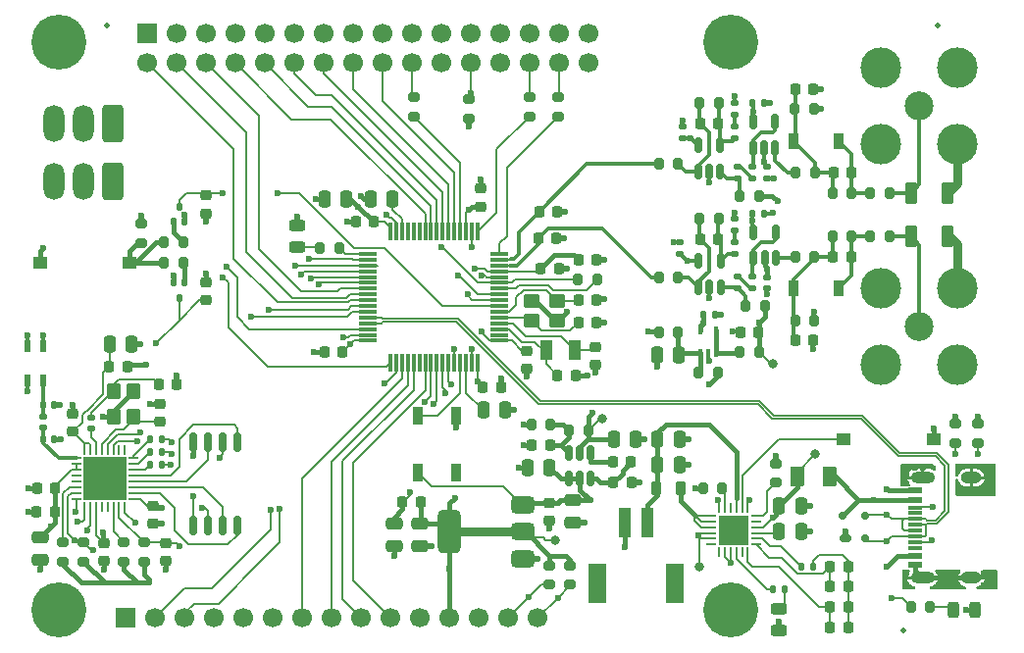
<source format=gbr>
%TF.GenerationSoftware,KiCad,Pcbnew,9.0.3*%
%TF.CreationDate,2025-10-02T12:34:45+05:30*%
%TF.ProjectId,pslab-mini,70736c61-622d-46d6-996e-692e6b696361,0.0.0*%
%TF.SameCoordinates,Original*%
%TF.FileFunction,Copper,L1,Top*%
%TF.FilePolarity,Positive*%
%FSLAX46Y46*%
G04 Gerber Fmt 4.6, Leading zero omitted, Abs format (unit mm)*
G04 Created by KiCad (PCBNEW 9.0.3) date 2025-10-02 12:34:45*
%MOMM*%
%LPD*%
G01*
G04 APERTURE LIST*
G04 Aperture macros list*
%AMRoundRect*
0 Rectangle with rounded corners*
0 $1 Rounding radius*
0 $2 $3 $4 $5 $6 $7 $8 $9 X,Y pos of 4 corners*
0 Add a 4 corners polygon primitive as box body*
4,1,4,$2,$3,$4,$5,$6,$7,$8,$9,$2,$3,0*
0 Add four circle primitives for the rounded corners*
1,1,$1+$1,$2,$3*
1,1,$1+$1,$4,$5*
1,1,$1+$1,$6,$7*
1,1,$1+$1,$8,$9*
0 Add four rect primitives between the rounded corners*
20,1,$1+$1,$2,$3,$4,$5,0*
20,1,$1+$1,$4,$5,$6,$7,0*
20,1,$1+$1,$6,$7,$8,$9,0*
20,1,$1+$1,$8,$9,$2,$3,0*%
G04 Aperture macros list end*
%TA.AperFunction,SMDPad,CuDef*%
%ADD10RoundRect,0.125000X0.125000X-0.175000X0.125000X0.175000X-0.125000X0.175000X-0.125000X-0.175000X0*%
%TD*%
%TA.AperFunction,SMDPad,CuDef*%
%ADD11RoundRect,0.125000X-0.125000X0.175000X-0.125000X-0.175000X0.125000X-0.175000X0.125000X0.175000X0*%
%TD*%
%TA.AperFunction,SMDPad,CuDef*%
%ADD12RoundRect,0.200000X-0.275000X0.200000X-0.275000X-0.200000X0.275000X-0.200000X0.275000X0.200000X0*%
%TD*%
%TA.AperFunction,ComponentPad*%
%ADD13C,2.500000*%
%TD*%
%TA.AperFunction,ComponentPad*%
%ADD14C,3.500000*%
%TD*%
%TA.AperFunction,SMDPad,CuDef*%
%ADD15C,0.500000*%
%TD*%
%TA.AperFunction,SMDPad,CuDef*%
%ADD16RoundRect,0.250000X0.275000X0.700000X-0.275000X0.700000X-0.275000X-0.700000X0.275000X-0.700000X0*%
%TD*%
%TA.AperFunction,SMDPad,CuDef*%
%ADD17RoundRect,0.135000X-0.185000X0.135000X-0.185000X-0.135000X0.185000X-0.135000X0.185000X0.135000X0*%
%TD*%
%TA.AperFunction,SMDPad,CuDef*%
%ADD18RoundRect,0.250000X-0.475000X0.250000X-0.475000X-0.250000X0.475000X-0.250000X0.475000X0.250000X0*%
%TD*%
%TA.AperFunction,SMDPad,CuDef*%
%ADD19RoundRect,0.225000X-0.250000X0.225000X-0.250000X-0.225000X0.250000X-0.225000X0.250000X0.225000X0*%
%TD*%
%TA.AperFunction,SMDPad,CuDef*%
%ADD20R,1.240000X0.600000*%
%TD*%
%TA.AperFunction,SMDPad,CuDef*%
%ADD21R,1.240000X0.300000*%
%TD*%
%TA.AperFunction,HeatsinkPad*%
%ADD22O,2.100000X1.000000*%
%TD*%
%TA.AperFunction,HeatsinkPad*%
%ADD23O,1.800000X1.000000*%
%TD*%
%TA.AperFunction,SMDPad,CuDef*%
%ADD24RoundRect,0.200000X0.200000X0.275000X-0.200000X0.275000X-0.200000X-0.275000X0.200000X-0.275000X0*%
%TD*%
%TA.AperFunction,SMDPad,CuDef*%
%ADD25RoundRect,0.225000X-0.225000X-0.250000X0.225000X-0.250000X0.225000X0.250000X-0.225000X0.250000X0*%
%TD*%
%TA.AperFunction,SMDPad,CuDef*%
%ADD26RoundRect,0.147500X-0.172500X0.147500X-0.172500X-0.147500X0.172500X-0.147500X0.172500X0.147500X0*%
%TD*%
%TA.AperFunction,SMDPad,CuDef*%
%ADD27RoundRect,0.375000X0.625000X0.375000X-0.625000X0.375000X-0.625000X-0.375000X0.625000X-0.375000X0*%
%TD*%
%TA.AperFunction,SMDPad,CuDef*%
%ADD28RoundRect,0.500000X0.500000X1.400000X-0.500000X1.400000X-0.500000X-1.400000X0.500000X-1.400000X0*%
%TD*%
%TA.AperFunction,SMDPad,CuDef*%
%ADD29RoundRect,0.250000X0.250000X0.475000X-0.250000X0.475000X-0.250000X-0.475000X0.250000X-0.475000X0*%
%TD*%
%TA.AperFunction,SMDPad,CuDef*%
%ADD30RoundRect,0.250000X0.475000X-0.250000X0.475000X0.250000X-0.475000X0.250000X-0.475000X-0.250000X0*%
%TD*%
%TA.AperFunction,SMDPad,CuDef*%
%ADD31RoundRect,0.150000X-0.150000X0.512500X-0.150000X-0.512500X0.150000X-0.512500X0.150000X0.512500X0*%
%TD*%
%TA.AperFunction,SMDPad,CuDef*%
%ADD32RoundRect,0.250000X0.375000X0.625000X-0.375000X0.625000X-0.375000X-0.625000X0.375000X-0.625000X0*%
%TD*%
%TA.AperFunction,SMDPad,CuDef*%
%ADD33RoundRect,0.250000X-0.250000X-0.475000X0.250000X-0.475000X0.250000X0.475000X-0.250000X0.475000X0*%
%TD*%
%TA.AperFunction,SMDPad,CuDef*%
%ADD34RoundRect,0.225000X0.225000X0.250000X-0.225000X0.250000X-0.225000X-0.250000X0.225000X-0.250000X0*%
%TD*%
%TA.AperFunction,SMDPad,CuDef*%
%ADD35RoundRect,0.150000X0.150000X-0.512500X0.150000X0.512500X-0.150000X0.512500X-0.150000X-0.512500X0*%
%TD*%
%TA.AperFunction,SMDPad,CuDef*%
%ADD36RoundRect,0.225000X0.250000X-0.225000X0.250000X0.225000X-0.250000X0.225000X-0.250000X-0.225000X0*%
%TD*%
%TA.AperFunction,SMDPad,CuDef*%
%ADD37RoundRect,0.200000X-0.200000X-0.275000X0.200000X-0.275000X0.200000X0.275000X-0.200000X0.275000X0*%
%TD*%
%TA.AperFunction,SMDPad,CuDef*%
%ADD38R,0.900000X1.400000*%
%TD*%
%TA.AperFunction,SMDPad,CuDef*%
%ADD39R,1.250000X1.000000*%
%TD*%
%TA.AperFunction,SMDPad,CuDef*%
%ADD40RoundRect,0.140000X-0.170000X0.140000X-0.170000X-0.140000X0.170000X-0.140000X0.170000X0.140000X0*%
%TD*%
%TA.AperFunction,SMDPad,CuDef*%
%ADD41C,0.800000*%
%TD*%
%TA.AperFunction,SMDPad,CuDef*%
%ADD42RoundRect,0.200000X0.275000X-0.200000X0.275000X0.200000X-0.275000X0.200000X-0.275000X-0.200000X0*%
%TD*%
%TA.AperFunction,SMDPad,CuDef*%
%ADD43RoundRect,0.250000X-0.350000X0.450000X-0.350000X-0.450000X0.350000X-0.450000X0.350000X0.450000X0*%
%TD*%
%TA.AperFunction,ComponentPad*%
%ADD44C,4.750000*%
%TD*%
%TA.AperFunction,SMDPad,CuDef*%
%ADD45RoundRect,0.075000X0.700000X0.075000X-0.700000X0.075000X-0.700000X-0.075000X0.700000X-0.075000X0*%
%TD*%
%TA.AperFunction,SMDPad,CuDef*%
%ADD46RoundRect,0.075000X0.075000X0.700000X-0.075000X0.700000X-0.075000X-0.700000X0.075000X-0.700000X0*%
%TD*%
%TA.AperFunction,SMDPad,CuDef*%
%ADD47RoundRect,0.140000X-0.140000X-0.170000X0.140000X-0.170000X0.140000X0.170000X-0.140000X0.170000X0*%
%TD*%
%TA.AperFunction,SMDPad,CuDef*%
%ADD48RoundRect,0.135000X-0.135000X-0.185000X0.135000X-0.185000X0.135000X0.185000X-0.135000X0.185000X0*%
%TD*%
%TA.AperFunction,SMDPad,CuDef*%
%ADD49RoundRect,0.218750X-0.218750X-0.256250X0.218750X-0.256250X0.218750X0.256250X-0.218750X0.256250X0*%
%TD*%
%TA.AperFunction,SMDPad,CuDef*%
%ADD50RoundRect,0.250000X-0.450000X-0.350000X0.450000X-0.350000X0.450000X0.350000X-0.450000X0.350000X0*%
%TD*%
%TA.AperFunction,SMDPad,CuDef*%
%ADD51RoundRect,0.243750X0.243750X0.456250X-0.243750X0.456250X-0.243750X-0.456250X0.243750X-0.456250X0*%
%TD*%
%TA.AperFunction,SMDPad,CuDef*%
%ADD52RoundRect,0.140000X0.140000X0.170000X-0.140000X0.170000X-0.140000X-0.170000X0.140000X-0.170000X0*%
%TD*%
%TA.AperFunction,SMDPad,CuDef*%
%ADD53R,1.000000X1.800000*%
%TD*%
%TA.AperFunction,SMDPad,CuDef*%
%ADD54RoundRect,0.175000X0.325000X-0.175000X0.325000X0.175000X-0.325000X0.175000X-0.325000X-0.175000X0*%
%TD*%
%TA.AperFunction,SMDPad,CuDef*%
%ADD55RoundRect,0.150000X0.150000X-0.200000X0.150000X0.200000X-0.150000X0.200000X-0.150000X-0.200000X0*%
%TD*%
%TA.AperFunction,SMDPad,CuDef*%
%ADD56R,1.000000X2.600000*%
%TD*%
%TA.AperFunction,SMDPad,CuDef*%
%ADD57R,1.500000X3.400000*%
%TD*%
%TA.AperFunction,SMDPad,CuDef*%
%ADD58RoundRect,0.162500X-0.162500X0.650000X-0.162500X-0.650000X0.162500X-0.650000X0.162500X0.650000X0*%
%TD*%
%TA.AperFunction,SMDPad,CuDef*%
%ADD59RoundRect,0.218750X0.218750X0.256250X-0.218750X0.256250X-0.218750X-0.256250X0.218750X-0.256250X0*%
%TD*%
%TA.AperFunction,SMDPad,CuDef*%
%ADD60RoundRect,0.243750X0.456250X-0.243750X0.456250X0.243750X-0.456250X0.243750X-0.456250X-0.243750X0*%
%TD*%
%TA.AperFunction,SMDPad,CuDef*%
%ADD61RoundRect,0.140000X0.170000X-0.140000X0.170000X0.140000X-0.170000X0.140000X-0.170000X-0.140000X0*%
%TD*%
%TA.AperFunction,ComponentPad*%
%ADD62R,1.700000X1.700000*%
%TD*%
%TA.AperFunction,ComponentPad*%
%ADD63C,1.700000*%
%TD*%
%TA.AperFunction,SMDPad,CuDef*%
%ADD64RoundRect,0.062500X-0.337500X-0.062500X0.337500X-0.062500X0.337500X0.062500X-0.337500X0.062500X0*%
%TD*%
%TA.AperFunction,SMDPad,CuDef*%
%ADD65RoundRect,0.062500X-0.062500X-0.337500X0.062500X-0.337500X0.062500X0.337500X-0.062500X0.337500X0*%
%TD*%
%TA.AperFunction,HeatsinkPad*%
%ADD66R,3.700000X3.700000*%
%TD*%
%TA.AperFunction,SMDPad,CuDef*%
%ADD67RoundRect,0.062500X0.350000X0.062500X-0.350000X0.062500X-0.350000X-0.062500X0.350000X-0.062500X0*%
%TD*%
%TA.AperFunction,SMDPad,CuDef*%
%ADD68RoundRect,0.062500X0.062500X0.350000X-0.062500X0.350000X-0.062500X-0.350000X0.062500X-0.350000X0*%
%TD*%
%TA.AperFunction,HeatsinkPad*%
%ADD69R,2.600000X2.600000*%
%TD*%
%TA.AperFunction,ComponentPad*%
%ADD70RoundRect,0.250000X0.650000X1.350000X-0.650000X1.350000X-0.650000X-1.350000X0.650000X-1.350000X0*%
%TD*%
%TA.AperFunction,ComponentPad*%
%ADD71O,1.800000X3.200000*%
%TD*%
%TA.AperFunction,SMDPad,CuDef*%
%ADD72RoundRect,0.100000X0.100000X-0.225000X0.100000X0.225000X-0.100000X0.225000X-0.100000X-0.225000X0*%
%TD*%
%TA.AperFunction,SMDPad,CuDef*%
%ADD73R,0.600000X1.000000*%
%TD*%
%TA.AperFunction,SMDPad,CuDef*%
%ADD74RoundRect,0.218750X0.218750X0.381250X-0.218750X0.381250X-0.218750X-0.381250X0.218750X-0.381250X0*%
%TD*%
%TA.AperFunction,SMDPad,CuDef*%
%ADD75RoundRect,0.135000X0.135000X0.185000X-0.135000X0.185000X-0.135000X-0.185000X0.135000X-0.185000X0*%
%TD*%
%TA.AperFunction,SMDPad,CuDef*%
%ADD76RoundRect,0.243750X-0.456250X0.243750X-0.456250X-0.243750X0.456250X-0.243750X0.456250X0.243750X0*%
%TD*%
%TA.AperFunction,SMDPad,CuDef*%
%ADD77RoundRect,0.090000X0.360000X-0.660000X0.360000X0.660000X-0.360000X0.660000X-0.360000X-0.660000X0*%
%TD*%
%TA.AperFunction,ViaPad*%
%ADD78C,0.600000*%
%TD*%
%TA.AperFunction,Conductor*%
%ADD79C,0.400000*%
%TD*%
%TA.AperFunction,Conductor*%
%ADD80C,0.800000*%
%TD*%
%TA.AperFunction,Conductor*%
%ADD81C,0.200000*%
%TD*%
%TA.AperFunction,Conductor*%
%ADD82C,0.350000*%
%TD*%
%TA.AperFunction,Conductor*%
%ADD83C,0.180000*%
%TD*%
G04 APERTURE END LIST*
D10*
%TO.P,Q2,1,B*%
%TO.N,Net-(Q2-B)*%
X93000000Y-72250000D03*
%TO.P,Q2,2,E*%
%TO.N,GND*%
X94000000Y-72250000D03*
%TO.P,Q2,3,C*%
%TO.N,/NRST*%
X93500000Y-70950000D03*
%TD*%
D11*
%TO.P,Q1,1,B*%
%TO.N,Net-(Q1-B)*%
X94000000Y-77500000D03*
%TO.P,Q1,2,E*%
%TO.N,GND*%
X93000000Y-77500000D03*
%TO.P,Q1,3,C*%
%TO.N,/ESP_EN*%
X93500000Y-78800000D03*
%TD*%
D12*
%TO.P,R31,1*%
%TO.N,/LA2*%
X126250000Y-61500000D03*
%TO.P,R31,2*%
%TO.N,Net-(U8-PA2)*%
X126250000Y-63150000D03*
%TD*%
D13*
%TO.P,J3,1,In*%
%TO.N,/CH1*%
X157400000Y-81250000D03*
D14*
%TO.P,J3,2,Ext*%
%TO.N,GND*%
X160700000Y-84550000D03*
X160700000Y-77950000D03*
X154100000Y-84550000D03*
X154100000Y-77950000D03*
%TD*%
D12*
%TO.P,R30,1*%
%TO.N,/FQY*%
X113750000Y-61500000D03*
%TO.P,R30,2*%
%TO.N,Net-(U8-PA4)*%
X113750000Y-63150000D03*
%TD*%
D15*
%TO.P,FID3,*%
%TO.N,*%
X156000000Y-107500000D03*
%TD*%
D16*
%TO.P,GD1,1*%
%TO.N,GND*%
X159825000Y-73500000D03*
%TO.P,GD1,2*%
%TO.N,/CH1*%
X156675000Y-73500000D03*
%TD*%
D17*
%TO.P,R50,1*%
%TO.N,Net-(R24-Pad2)*%
X141500000Y-73990000D03*
%TO.P,R50,2*%
%TO.N,Net-(U10--)*%
X141500000Y-75010000D03*
%TD*%
D18*
%TO.P,C15,1*%
%TO.N,+5V*%
X127500000Y-96300000D03*
%TO.P,C15,2*%
%TO.N,GND*%
X127500000Y-98200000D03*
%TD*%
D12*
%TO.P,R32,1*%
%TO.N,/LA1*%
X123740000Y-61500000D03*
%TO.P,R32,2*%
%TO.N,Net-(U8-PA3)*%
X123740000Y-63150000D03*
%TD*%
D19*
%TO.P,C48,1*%
%TO.N,+3V3*%
X91250000Y-96750000D03*
%TO.P,C48,2*%
%TO.N,GND*%
X91250000Y-98300000D03*
%TD*%
D20*
%TO.P,J1,A1,GND*%
%TO.N,GND*%
X157075000Y-101850000D03*
%TO.P,J1,A4,VBUS*%
%TO.N,VBUS*%
X157075000Y-101050000D03*
D21*
%TO.P,J1,A5,CC1*%
%TO.N,Net-(J1-CC1)*%
X157075000Y-99900000D03*
%TO.P,J1,A6,D+*%
%TO.N,/D+*%
X157075000Y-98900000D03*
%TO.P,J1,A7,D-*%
%TO.N,/D-*%
X157075000Y-98400000D03*
%TO.P,J1,A8,SBU1*%
%TO.N,unconnected-(J1-SBU1-PadA8)*%
X157075000Y-97400000D03*
D20*
%TO.P,J1,A9,VBUS*%
%TO.N,VBUS*%
X157075000Y-96250000D03*
%TO.P,J1,A12,GND*%
%TO.N,GND*%
X157075000Y-95450000D03*
%TO.P,J1,B1,GND*%
X157075000Y-95450000D03*
%TO.P,J1,B4,VBUS*%
%TO.N,VBUS*%
X157075000Y-96250000D03*
D21*
%TO.P,J1,B5,CC2*%
%TO.N,Net-(J1-CC2)*%
X157075000Y-96900000D03*
%TO.P,J1,B6,D+*%
%TO.N,/D+*%
X157075000Y-97900000D03*
%TO.P,J1,B7,D-*%
%TO.N,/D-*%
X157075000Y-99400000D03*
%TO.P,J1,B8,SBU2*%
%TO.N,unconnected-(J1-SBU2-PadB8)*%
X157075000Y-100400000D03*
D20*
%TO.P,J1,B9,VBUS*%
%TO.N,VBUS*%
X157075000Y-101050000D03*
%TO.P,J1,B12,GND*%
%TO.N,GND*%
X157075000Y-101850000D03*
D22*
%TO.P,J1,S1,SHIELD*%
X157675000Y-102970000D03*
D23*
X161875000Y-102970000D03*
D22*
X157675000Y-94330000D03*
D23*
X161875000Y-94330000D03*
%TD*%
D24*
%TO.P,R27,1*%
%TO.N,Net-(U9--)*%
X140075000Y-62000000D03*
%TO.P,R27,2*%
%TO.N,Net-(C39-Pad2)*%
X138425000Y-62000000D03*
%TD*%
D25*
%TO.P,C27,1*%
%TO.N,/LSE_IN*%
X126175000Y-85480000D03*
%TO.P,C27,2*%
%TO.N,GND*%
X127725000Y-85480000D03*
%TD*%
D26*
%TO.P,L6,1,1*%
%TO.N,/ESP_ANT_IN*%
X81775000Y-89050000D03*
%TO.P,L6,2,2*%
%TO.N,/ESP_ANT*%
X81775000Y-90020000D03*
%TD*%
D27*
%TO.P,U1,1,GND*%
%TO.N,GND*%
X123150000Y-101300000D03*
%TO.P,U1,2,VO*%
%TO.N,+3V3*%
X123150000Y-99000000D03*
D28*
X116850000Y-99000000D03*
D27*
%TO.P,U1,3,VI*%
%TO.N,+5V*%
X123150000Y-96700000D03*
%TD*%
D29*
%TO.P,C32,1*%
%TO.N,Net-(C32-Pad1)*%
X111950000Y-70250000D03*
%TO.P,C32,2*%
%TO.N,GND*%
X110050000Y-70250000D03*
%TD*%
D24*
%TO.P,R10,1*%
%TO.N,GND*%
X148300000Y-62500000D03*
%TO.P,R10,2*%
%TO.N,Net-(C17-Pad2)*%
X146650000Y-62500000D03*
%TD*%
%TO.P,R29,1*%
%TO.N,Net-(C39-Pad2)*%
X136575000Y-67250000D03*
%TO.P,R29,2*%
%TO.N,/CH2_IN*%
X134925000Y-67250000D03*
%TD*%
D15*
%TO.P,FID1,*%
%TO.N,*%
X87250000Y-55250000D03*
%TD*%
D19*
%TO.P,C30,1*%
%TO.N,/LSE_OUT*%
X129450000Y-83025000D03*
%TO.P,C30,2*%
%TO.N,GND*%
X129450000Y-84575000D03*
%TD*%
D12*
%TO.P,R17,1*%
%TO.N,/RES*%
X118500000Y-61675000D03*
%TO.P,R17,2*%
%TO.N,+3V3*%
X118500000Y-63325000D03*
%TD*%
D25*
%TO.P,C16,1*%
%TO.N,/HSE_IN*%
X127975000Y-80900000D03*
%TO.P,C16,2*%
%TO.N,GND*%
X129525000Y-80900000D03*
%TD*%
D30*
%TO.P,C8,1*%
%TO.N,GND*%
X114300000Y-100200000D03*
%TO.P,C8,2*%
%TO.N,+3V3*%
X114300000Y-98300000D03*
%TD*%
D31*
%TO.P,U2,1,BS*%
%TO.N,Net-(U2-BS)*%
X129050000Y-92162500D03*
%TO.P,U2,2,GND*%
%TO.N,-2V*%
X128100000Y-92162500D03*
%TO.P,U2,3,FB*%
%TO.N,Net-(U2-FB)*%
X127150000Y-92162500D03*
%TO.P,U2,4,EN*%
%TO.N,+5V*%
X127150000Y-94437500D03*
%TO.P,U2,5,VIN*%
X128100000Y-94437500D03*
%TO.P,U2,6,SW*%
%TO.N,Net-(U2-SW)*%
X129050000Y-94437500D03*
%TD*%
D32*
%TO.P,F1,1*%
%TO.N,VBUS*%
X149650000Y-94250000D03*
%TO.P,F1,2*%
%TO.N,VIN*%
X146850000Y-94250000D03*
%TD*%
D19*
%TO.P,C56,1*%
%TO.N,GND*%
X95800000Y-77475000D03*
%TO.P,C56,2*%
%TO.N,/ESP_EN*%
X95800000Y-79025000D03*
%TD*%
D33*
%TO.P,C3,1*%
%TO.N,/BC_VDD*%
X145300000Y-99000000D03*
%TO.P,C3,2*%
%TO.N,GND*%
X147200000Y-99000000D03*
%TD*%
D19*
%TO.P,C28,1*%
%TO.N,+3V3*%
X123500000Y-83350000D03*
%TO.P,C28,2*%
%TO.N,GND*%
X123500000Y-84900000D03*
%TD*%
D34*
%TO.P,C39,1*%
%TO.N,Net-(U9--)*%
X140025000Y-63750000D03*
%TO.P,C39,2*%
%TO.N,Net-(C39-Pad2)*%
X138475000Y-63750000D03*
%TD*%
D35*
%TO.P,U6,1*%
%TO.N,/Vatt_1*%
X143100000Y-75387500D03*
%TO.P,U6,2,V-*%
%TO.N,-2V*%
X144050000Y-75387500D03*
%TO.P,U6,3,+*%
%TO.N,Net-(U6-+)*%
X145000000Y-75387500D03*
%TO.P,U6,4,-*%
%TO.N,/Vatt_1*%
X145000000Y-73112500D03*
%TO.P,U6,5,V+*%
%TO.N,+3V3*%
X143100000Y-73112500D03*
%TD*%
D33*
%TO.P,C7,1*%
%TO.N,/BC_BATT*%
X134800000Y-93250000D03*
%TO.P,C7,2*%
%TO.N,GND*%
X136700000Y-93250000D03*
%TD*%
D36*
%TO.P,C2,1*%
%TO.N,GND*%
X125500000Y-98025000D03*
%TO.P,C2,2*%
%TO.N,+5V*%
X125500000Y-96475000D03*
%TD*%
D37*
%TO.P,R9,1*%
%TO.N,Net-(C17-Pad2)*%
X149925000Y-69750000D03*
%TO.P,R9,2*%
%TO.N,Net-(C17-Pad1)*%
X151575000Y-69750000D03*
%TD*%
D38*
%TO.P,C18,1*%
%TO.N,Net-(C18-Pad1)*%
X150475000Y-78000000D03*
%TO.P,C18,2*%
%TO.N,Net-(C18-Pad2)*%
X146575000Y-78000000D03*
%TD*%
D16*
%TO.P,GD2,1*%
%TO.N,GND*%
X159825000Y-69750000D03*
%TO.P,GD2,2*%
%TO.N,/CH2*%
X156675000Y-69750000D03*
%TD*%
D15*
%TO.P,FID2,*%
%TO.N,*%
X159000000Y-55250000D03*
%TD*%
D39*
%TO.P,SW1,1,1*%
%TO.N,Net-(R46-Pad1)*%
X89250000Y-75750000D03*
%TO.P,SW1,2,2*%
%TO.N,+3V3*%
X81500000Y-75750000D03*
%TD*%
D26*
%TO.P,L4,1,1*%
%TO.N,Net-(C46-Pad2)*%
X85900000Y-89150000D03*
%TO.P,L4,2,2*%
%TO.N,Net-(U11-XTAL_P)*%
X85900000Y-90120000D03*
%TD*%
D37*
%TO.P,R19,1*%
%TO.N,Net-(U10-+)*%
X142425000Y-79500000D03*
%TO.P,R19,2*%
%TO.N,/Vref*%
X144075000Y-79500000D03*
%TD*%
D17*
%TO.P,R51,1*%
%TO.N,Net-(R22-Pad2)*%
X141750000Y-67490000D03*
%TO.P,R51,2*%
%TO.N,Net-(U9-+)*%
X141750000Y-68510000D03*
%TD*%
D40*
%TO.P,C10,1*%
%TO.N,-2V*%
X144250000Y-77020000D03*
%TO.P,C10,2*%
%TO.N,GND*%
X144250000Y-77980000D03*
%TD*%
D24*
%TO.P,R26,1*%
%TO.N,Net-(U10--)*%
X140075000Y-72000000D03*
%TO.P,R26,2*%
%TO.N,Net-(C38-Pad2)*%
X138425000Y-72000000D03*
%TD*%
D41*
%TO.P,TP6,1,1*%
%TO.N,-2V*%
X130000000Y-89250000D03*
%TD*%
D25*
%TO.P,C12,1*%
%TO.N,GND*%
X123975000Y-91500000D03*
%TO.P,C12,2*%
%TO.N,Net-(U2-FB)*%
X125525000Y-91500000D03*
%TD*%
%TO.P,C35,1*%
%TO.N,VDDA*%
X124725000Y-76250000D03*
%TO.P,C35,2*%
%TO.N,GND*%
X126275000Y-76250000D03*
%TD*%
D42*
%TO.P,R33,1*%
%TO.N,/I2C1_SCL*%
X125500000Y-103575000D03*
%TO.P,R33,2*%
%TO.N,+3V3*%
X125500000Y-101925000D03*
%TD*%
D43*
%TO.P,Y2,1,1*%
%TO.N,Net-(C46-Pad2)*%
X87850000Y-86850000D03*
%TO.P,Y2,2,2*%
%TO.N,GND*%
X87850000Y-89050000D03*
%TO.P,Y2,3,3*%
%TO.N,Net-(U11-XTAL_N)*%
X89550000Y-89050000D03*
%TO.P,Y2,4,4*%
%TO.N,GND*%
X89550000Y-86850000D03*
%TD*%
D33*
%TO.P,C34,1*%
%TO.N,Net-(C34-Pad1)*%
X119750000Y-88500000D03*
%TO.P,C34,2*%
%TO.N,GND*%
X121650000Y-88500000D03*
%TD*%
D25*
%TO.P,C22,1*%
%TO.N,/HSE_OUT*%
X127975000Y-79000000D03*
%TO.P,C22,2*%
%TO.N,GND*%
X129525000Y-79000000D03*
%TD*%
D44*
%TO.P,MH2,1,1*%
%TO.N,GND*%
X141150000Y-56750000D03*
%TD*%
D24*
%TO.P,R42,1*%
%TO.N,/USER_LED*%
X107312500Y-74500000D03*
%TO.P,R42,2*%
%TO.N,Net-(D3-A)*%
X105662500Y-74500000D03*
%TD*%
D45*
%TO.P,U8,1,VBAT*%
%TO.N,+3V3*%
X121175000Y-82500000D03*
%TO.P,U8,2,PC13*%
%TO.N,unconnected-(U8-PC13-Pad2)*%
X121175000Y-82000000D03*
%TO.P,U8,3,PC14*%
%TO.N,/LSE_IN*%
X121175000Y-81500000D03*
%TO.P,U8,4,PC15*%
%TO.N,/LSE_OUT*%
X121175000Y-81000000D03*
%TO.P,U8,5,PH0*%
%TO.N,/HSE_IN*%
X121175000Y-80500000D03*
%TO.P,U8,6,PH1*%
%TO.N,/HSE_OUT*%
X121175000Y-80000000D03*
%TO.P,U8,7,NRST*%
%TO.N,/NRST*%
X121175000Y-79500000D03*
%TO.P,U8,8,PC0*%
%TO.N,/VOL*%
X121175000Y-79000000D03*
%TO.P,U8,9,PC1*%
%TO.N,/RES*%
X121175000Y-78500000D03*
%TO.P,U8,10,PC2*%
%TO.N,Net-(U8-PC2)*%
X121175000Y-78000000D03*
%TO.P,U8,11,PC3*%
%TO.N,/CAP*%
X121175000Y-77500000D03*
%TO.P,U8,12,VSSA*%
%TO.N,GND*%
X121175000Y-77000000D03*
%TO.P,U8,13,VDDA*%
%TO.N,VDDA*%
X121175000Y-76500000D03*
%TO.P,U8,14,PA0*%
%TO.N,/CH1_IN*%
X121175000Y-76000000D03*
%TO.P,U8,15,PA1*%
%TO.N,/CH2_IN*%
X121175000Y-75500000D03*
%TO.P,U8,16,PA2*%
%TO.N,Net-(U8-PA2)*%
X121175000Y-75000000D03*
D46*
%TO.P,U8,17,PA3*%
%TO.N,Net-(U8-PA3)*%
X119250000Y-73075000D03*
%TO.P,U8,18,VSS*%
%TO.N,GND*%
X118750000Y-73075000D03*
%TO.P,U8,19,VDD*%
%TO.N,+3V3*%
X118250000Y-73075000D03*
%TO.P,U8,20,PA4*%
%TO.N,Net-(U8-PA4)*%
X117750000Y-73075000D03*
%TO.P,U8,21,PA5*%
%TO.N,/GPIO0*%
X117250000Y-73075000D03*
%TO.P,U8,22,PA6*%
%TO.N,/GPIO1*%
X116750000Y-73075000D03*
%TO.P,U8,23,PA7*%
%TO.N,/GPIO2*%
X116250000Y-73075000D03*
%TO.P,U8,24,PC4*%
%TO.N,/GPIO3*%
X115750000Y-73075000D03*
%TO.P,U8,25,PC5*%
%TO.N,/GPIO4*%
X115250000Y-73075000D03*
%TO.P,U8,26,PB0*%
%TO.N,/GPIO5*%
X114750000Y-73075000D03*
%TO.P,U8,27,PB1*%
%TO.N,unconnected-(U8-PB1-Pad27)*%
X114250000Y-73075000D03*
%TO.P,U8,28,PB2*%
%TO.N,unconnected-(U8-PB2-Pad28)*%
X113750000Y-73075000D03*
%TO.P,U8,29,PB10*%
%TO.N,unconnected-(U8-PB10-Pad29)*%
X113250000Y-73075000D03*
%TO.P,U8,30,VCAP*%
%TO.N,Net-(C32-Pad1)*%
X112750000Y-73075000D03*
%TO.P,U8,31,VSS*%
%TO.N,GND*%
X112250000Y-73075000D03*
%TO.P,U8,32,VDD*%
%TO.N,+3V3*%
X111750000Y-73075000D03*
D45*
%TO.P,U8,33,PB12*%
%TO.N,/USER_LED*%
X109825000Y-75000000D03*
%TO.P,U8,34,PB13*%
%TO.N,/ESP_SPI2_CLK*%
X109825000Y-75500000D03*
%TO.P,U8,35,PB14*%
%TO.N,/ESP_SPI2_MISO*%
X109825000Y-76000000D03*
%TO.P,U8,36,PB15*%
%TO.N,/ESP_SPI2_MOSI*%
X109825000Y-76500000D03*
%TO.P,U8,37,PC6*%
%TO.N,/UART6_TX*%
X109825000Y-77000000D03*
%TO.P,U8,38,PC7*%
%TO.N,/UART6_RX*%
X109825000Y-77500000D03*
%TO.P,U8,39,PC8*%
%TO.N,/GPIO6*%
X109825000Y-78000000D03*
%TO.P,U8,40,PC9*%
%TO.N,/GPIO7*%
X109825000Y-78500000D03*
%TO.P,U8,41,PA8*%
%TO.N,/GPIO8*%
X109825000Y-79000000D03*
%TO.P,U8,42,PA9*%
%TO.N,/ESP_UART_TX*%
X109825000Y-79500000D03*
%TO.P,U8,43,PA10*%
%TO.N,/ESP_UART_RX*%
X109825000Y-80000000D03*
%TO.P,U8,44,PA11*%
%TO.N,/D-*%
X109825000Y-80500000D03*
%TO.P,U8,45,PA12*%
%TO.N,/D+*%
X109825000Y-81000000D03*
%TO.P,U8,46,PA13(JTMS*%
%TO.N,/SWDIO*%
X109825000Y-81500000D03*
%TO.P,U8,47,VSS*%
%TO.N,GND*%
X109825000Y-82000000D03*
%TO.P,U8,48,VDD*%
%TO.N,+3V3*%
X109825000Y-82500000D03*
D46*
%TO.P,U8,49,PA14(JTCK*%
%TO.N,/SWCLK*%
X111750000Y-84425000D03*
%TO.P,U8,50,PA15(JTDI)*%
%TO.N,/ESP_DATA_READY*%
X112250000Y-84425000D03*
%TO.P,U8,51,PC10*%
%TO.N,/SPI3_SCK*%
X112750000Y-84425000D03*
%TO.P,U8,52,PC11*%
%TO.N,/SPI3_MISO*%
X113250000Y-84425000D03*
%TO.P,U8,53,PC12*%
%TO.N,/SPI3_MOSI*%
X113750000Y-84425000D03*
%TO.P,U8,54,PD2*%
%TO.N,unconnected-(U8-PD2-Pad54)*%
X114250000Y-84425000D03*
%TO.P,U8,55,PB3(JTDO*%
%TO.N,/SPI.CS*%
X114750000Y-84425000D03*
%TO.P,U8,56,PB4(NJTRST)*%
%TO.N,/ESP_{BOOT}*%
X115250000Y-84425000D03*
%TO.P,U8,57,PB5*%
%TO.N,/ESP_EN*%
X115750000Y-84425000D03*
%TO.P,U8,58,PB6*%
%TO.N,/I2C1_SCL*%
X116250000Y-84425000D03*
%TO.P,U8,59,PB7*%
%TO.N,/I2C1_SDA*%
X116750000Y-84425000D03*
%TO.P,U8,60,BOOT0*%
%TO.N,GND*%
X117250000Y-84425000D03*
%TO.P,U8,61,PB8*%
%TO.N,/RGB*%
X117750000Y-84425000D03*
%TO.P,U8,62,VCAP*%
%TO.N,Net-(C34-Pad1)*%
X118250000Y-84425000D03*
%TO.P,U8,63,VSS*%
%TO.N,GND*%
X118750000Y-84425000D03*
%TO.P,U8,64,VDD*%
%TO.N,+3V3*%
X119250000Y-84425000D03*
%TD*%
D12*
%TO.P,R36,1*%
%TO.N,/ESP_STRAP_2*%
X88750000Y-99925000D03*
%TO.P,R36,2*%
%TO.N,+3V3*%
X88750000Y-101575000D03*
%TD*%
D35*
%TO.P,U9,1*%
%TO.N,Net-(C39-Pad2)*%
X138300000Y-67887500D03*
%TO.P,U9,2,V-*%
%TO.N,GND*%
X139250000Y-67887500D03*
%TO.P,U9,3,+*%
%TO.N,Net-(U9-+)*%
X140200000Y-67887500D03*
%TO.P,U9,4,-*%
%TO.N,Net-(U9--)*%
X140200000Y-65612500D03*
%TO.P,U9,5,V+*%
%TO.N,+3V3*%
X138300000Y-65612500D03*
%TD*%
D47*
%TO.P,C57,1*%
%TO.N,+3V3*%
X143020000Y-62000000D03*
%TO.P,C57,2*%
%TO.N,GND*%
X143980000Y-62000000D03*
%TD*%
D33*
%TO.P,C6,1*%
%TO.N,/BC_BATT*%
X134800000Y-91000000D03*
%TO.P,C6,2*%
%TO.N,GND*%
X136700000Y-91000000D03*
%TD*%
D37*
%TO.P,R7,1*%
%TO.N,Net-(C17-Pad1)*%
X153175000Y-69750000D03*
%TO.P,R7,2*%
%TO.N,/CH2*%
X154825000Y-69750000D03*
%TD*%
D34*
%TO.P,C45,1*%
%TO.N,+3V3*%
X82775000Y-95250000D03*
%TO.P,C45,2*%
%TO.N,GND*%
X81225000Y-95250000D03*
%TD*%
D37*
%TO.P,R13,1*%
%TO.N,Net-(U5-+)*%
X146750000Y-68000000D03*
%TO.P,R13,2*%
%TO.N,Net-(C17-Pad2)*%
X148400000Y-68000000D03*
%TD*%
D29*
%TO.P,C14,1*%
%TO.N,GND*%
X132950000Y-91000000D03*
%TO.P,C14,2*%
%TO.N,-2V*%
X131050000Y-91000000D03*
%TD*%
D25*
%TO.P,C31,1*%
%TO.N,+3V3*%
X119725000Y-86500000D03*
%TO.P,C31,2*%
%TO.N,GND*%
X121275000Y-86500000D03*
%TD*%
D34*
%TO.P,C49,1*%
%TO.N,+3V3*%
X82750000Y-97250000D03*
%TO.P,C49,2*%
%TO.N,GND*%
X81200000Y-97250000D03*
%TD*%
D29*
%TO.P,C33,1*%
%TO.N,+3V3*%
X107950000Y-70250000D03*
%TO.P,C33,2*%
%TO.N,GND*%
X106050000Y-70250000D03*
%TD*%
D48*
%TO.P,R41,1*%
%TO.N,/BC_LED*%
X144740000Y-104000000D03*
%TO.P,R41,2*%
%TO.N,Net-(D2-A)*%
X145760000Y-104000000D03*
%TD*%
%TO.P,R44,1*%
%TO.N,/BC_LED3*%
X147230000Y-102000000D03*
%TO.P,R44,2*%
%TO.N,/BC_LED3R*%
X148250000Y-102000000D03*
%TD*%
D49*
%TO.P,D6,1,K*%
%TO.N,/BC_LED2*%
X149702500Y-103750000D03*
%TO.P,D6,2,A*%
%TO.N,/BC_LED3R*%
X151277500Y-103750000D03*
%TD*%
D36*
%TO.P,C55,1*%
%TO.N,GND*%
X92350000Y-101525000D03*
%TO.P,C55,2*%
%TO.N,/ESP_{BOOT}*%
X92350000Y-99975000D03*
%TD*%
D17*
%TO.P,R52,1*%
%TO.N,Net-(R25-Pad2)*%
X141500000Y-63990000D03*
%TO.P,R52,2*%
%TO.N,Net-(U9--)*%
X141500000Y-65010000D03*
%TD*%
D48*
%TO.P,R39,1*%
%TO.N,Net-(U11-SPID)*%
X90990000Y-92100000D03*
%TO.P,R39,2*%
%TO.N,/ESP_SPI_MOSI*%
X92010000Y-92100000D03*
%TD*%
D37*
%TO.P,R21,1*%
%TO.N,Net-(U9-+)*%
X141925000Y-70000000D03*
%TO.P,R21,2*%
%TO.N,/Vref*%
X143575000Y-70000000D03*
%TD*%
D49*
%TO.P,D8,1,K*%
%TO.N,/BC_LED1*%
X149665000Y-107250000D03*
%TO.P,D8,2,A*%
%TO.N,/BC_LED3R*%
X151240000Y-107250000D03*
%TD*%
D41*
%TO.P,TP5,1,1*%
%TO.N,+5V*%
X138400000Y-102000000D03*
%TD*%
D50*
%TO.P,Y1,1,1*%
%TO.N,/HSE_IN*%
X123900000Y-80750000D03*
%TO.P,Y1,2,2*%
%TO.N,GND*%
X126100000Y-80750000D03*
%TO.P,Y1,3,3*%
%TO.N,/HSE_OUT*%
X126100000Y-79050000D03*
%TO.P,Y1,4,4*%
%TO.N,GND*%
X123900000Y-79050000D03*
%TD*%
D25*
%TO.P,C24,1*%
%TO.N,Net-(C18-Pad2)*%
X146725000Y-82500000D03*
%TO.P,C24,2*%
%TO.N,GND*%
X148275000Y-82500000D03*
%TD*%
%TO.P,C21,1*%
%TO.N,Net-(C17-Pad2)*%
X146700000Y-60750000D03*
%TO.P,C21,2*%
%TO.N,GND*%
X148250000Y-60750000D03*
%TD*%
D34*
%TO.P,C38,1*%
%TO.N,Net-(U10--)*%
X140025000Y-73750000D03*
%TO.P,C38,2*%
%TO.N,Net-(C38-Pad2)*%
X138475000Y-73750000D03*
%TD*%
D44*
%TO.P,MH1,1,1*%
%TO.N,GND*%
X83150000Y-56750000D03*
%TD*%
D42*
%TO.P,R34,1*%
%TO.N,/I2C1_SDA*%
X127250000Y-103575000D03*
%TO.P,R34,2*%
%TO.N,+3V3*%
X127250000Y-101925000D03*
%TD*%
D51*
%TO.P,D4,1,K*%
%TO.N,GND*%
X162187500Y-105750000D03*
%TO.P,D4,2,A*%
%TO.N,Net-(D4-A)*%
X160312500Y-105750000D03*
%TD*%
D44*
%TO.P,MH4,1,1*%
%TO.N,GND*%
X83150000Y-105750000D03*
%TD*%
D35*
%TO.P,U10,1*%
%TO.N,Net-(C38-Pad2)*%
X138350000Y-77887500D03*
%TO.P,U10,2,V-*%
%TO.N,GND*%
X139300000Y-77887500D03*
%TO.P,U10,3,+*%
%TO.N,Net-(U10-+)*%
X140250000Y-77887500D03*
%TO.P,U10,4,-*%
%TO.N,Net-(U10--)*%
X140250000Y-75612500D03*
%TO.P,U10,5,V+*%
%TO.N,+3V3*%
X138350000Y-75612500D03*
%TD*%
D19*
%TO.P,C44,1*%
%TO.N,GND*%
X91815000Y-87965000D03*
%TO.P,C44,2*%
%TO.N,Net-(U11-XTAL_N)*%
X91815000Y-89515000D03*
%TD*%
D52*
%TO.P,C52,1*%
%TO.N,GND*%
X82730000Y-91015000D03*
%TO.P,C52,2*%
%TO.N,/ESP_ANT*%
X81770000Y-91015000D03*
%TD*%
D53*
%TO.P,X1,1,1*%
%TO.N,/LSE_OUT*%
X127700000Y-83300000D03*
%TO.P,X1,2,2*%
%TO.N,/LSE_IN*%
X125200000Y-83300000D03*
%TD*%
D37*
%TO.P,R4,1*%
%TO.N,Net-(U2-FB)*%
X127175000Y-90250000D03*
%TO.P,R4,2*%
%TO.N,-2V*%
X128825000Y-90250000D03*
%TD*%
D54*
%TO.P,U4,1,A*%
%TO.N,GND*%
X151000000Y-99600000D03*
D55*
%TO.P,U4,2,K*%
%TO.N,/D-*%
X152700000Y-99600000D03*
%TO.P,U4,3,K*%
%TO.N,/D+*%
X152700000Y-97600000D03*
%TO.P,U4,4,K*%
%TO.N,VBUS*%
X150800000Y-97600000D03*
%TD*%
D37*
%TO.P,R3,1*%
%TO.N,GND*%
X123925000Y-89750000D03*
%TO.P,R3,2*%
%TO.N,Net-(U2-FB)*%
X125575000Y-89750000D03*
%TD*%
%TO.P,R23,1*%
%TO.N,Net-(U7--)*%
X141905000Y-83500000D03*
%TO.P,R23,2*%
%TO.N,/Vref*%
X143555000Y-83500000D03*
%TD*%
D41*
%TO.P,TP8,1,1*%
%TO.N,/Vref*%
X144750000Y-84500000D03*
%TD*%
D56*
%TO.P,J2,1,+*%
%TO.N,/BC_BATT*%
X133950000Y-98200000D03*
%TO.P,J2,2,-*%
%TO.N,GND*%
X131950000Y-98200000D03*
D57*
%TO.P,J2,3*%
%TO.N,N/C*%
X136300000Y-103500000D03*
%TO.P,J2,4*%
X129600000Y-103500000D03*
%TD*%
D34*
%TO.P,C46,1*%
%TO.N,GND*%
X93325000Y-86250000D03*
%TO.P,C46,2*%
%TO.N,Net-(C46-Pad2)*%
X91775000Y-86250000D03*
%TD*%
D37*
%TO.P,R15,1*%
%TO.N,GND*%
X134905000Y-81750000D03*
%TO.P,R15,2*%
%TO.N,Net-(U7-+)*%
X136555000Y-81750000D03*
%TD*%
D58*
%TO.P,U12,1,~{CS}*%
%TO.N,/ESP_FLASH_CS*%
X98555000Y-91282500D03*
%TO.P,U12,2,DO*%
%TO.N,/ESP_SPI_MISO*%
X97285000Y-91282500D03*
%TO.P,U12,3,~{WP}*%
%TO.N,/ESP_FLASH_WP*%
X96015000Y-91282500D03*
%TO.P,U12,4,GND*%
%TO.N,GND*%
X94745000Y-91282500D03*
%TO.P,U12,5,DI*%
%TO.N,/ESP_SPI_MOSI*%
X94745000Y-98457500D03*
%TO.P,U12,6,CLK*%
%TO.N,/ESP_SPI_CLK*%
X96015000Y-98457500D03*
%TO.P,U12,7,~{HOLD}*%
%TO.N,/ESP_FLASH_RST*%
X97285000Y-98457500D03*
%TO.P,U12,8,VCC*%
%TO.N,VDD_SPI*%
X98555000Y-98457500D03*
%TD*%
D29*
%TO.P,C26,1*%
%TO.N,Net-(U7-+)*%
X136630000Y-83750000D03*
%TO.P,C26,2*%
%TO.N,GND*%
X134730000Y-83750000D03*
%TD*%
D48*
%TO.P,R40,1*%
%TO.N,Net-(U11-SPIQ)*%
X91000000Y-91000000D03*
%TO.P,R40,2*%
%TO.N,/ESP_SPI_MISO*%
X92020000Y-91000000D03*
%TD*%
D18*
%TO.P,C11,1*%
%TO.N,VDDA*%
X112050000Y-98300000D03*
%TO.P,C11,2*%
%TO.N,GND*%
X112050000Y-100200000D03*
%TD*%
D12*
%TO.P,R2,1*%
%TO.N,GND*%
X160500000Y-89675000D03*
%TO.P,R2,2*%
%TO.N,Net-(J1-CC2)*%
X160500000Y-91325000D03*
%TD*%
D59*
%TO.P,D7,1,K*%
%TO.N,/BC_LED3R*%
X151277500Y-105500000D03*
%TO.P,D7,2,A*%
%TO.N,/BC_LED1*%
X149702500Y-105500000D03*
%TD*%
D19*
%TO.P,C54,1*%
%TO.N,/NRST*%
X95800000Y-69950000D03*
%TO.P,C54,2*%
%TO.N,GND*%
X95800000Y-71500000D03*
%TD*%
D34*
%TO.P,C19,1*%
%TO.N,+3V3*%
X107600000Y-83500000D03*
%TO.P,C19,2*%
%TO.N,GND*%
X106050000Y-83500000D03*
%TD*%
D40*
%TO.P,C58,1*%
%TO.N,-2V*%
X144250000Y-67510000D03*
%TO.P,C58,2*%
%TO.N,GND*%
X144250000Y-68470000D03*
%TD*%
D35*
%TO.P,U5,1*%
%TO.N,/Vatt_2*%
X143050000Y-65887500D03*
%TO.P,U5,2,V-*%
%TO.N,-2V*%
X144000000Y-65887500D03*
%TO.P,U5,3,+*%
%TO.N,Net-(U5-+)*%
X144950000Y-65887500D03*
%TO.P,U5,4,-*%
%TO.N,/Vatt_2*%
X144950000Y-63612500D03*
%TO.P,U5,5,V+*%
%TO.N,+3V3*%
X143050000Y-63612500D03*
%TD*%
D42*
%TO.P,R46,1*%
%TO.N,Net-(R46-Pad1)*%
X90250000Y-74075000D03*
%TO.P,R46,2*%
%TO.N,GND*%
X90250000Y-72425000D03*
%TD*%
D60*
%TO.P,D2,1,K*%
%TO.N,GND*%
X145250000Y-107500000D03*
%TO.P,D2,2,A*%
%TO.N,Net-(D2-A)*%
X145250000Y-105625000D03*
%TD*%
D34*
%TO.P,C25,1*%
%TO.N,+3V3*%
X110300000Y-72250000D03*
%TO.P,C25,2*%
%TO.N,GND*%
X108750000Y-72250000D03*
%TD*%
D17*
%TO.P,R25,1*%
%TO.N,GND*%
X141500000Y-61990000D03*
%TO.P,R25,2*%
%TO.N,Net-(R25-Pad2)*%
X141500000Y-63010000D03*
%TD*%
D18*
%TO.P,C50,1*%
%TO.N,+3V3*%
X81500000Y-99500000D03*
%TO.P,C50,2*%
%TO.N,GND*%
X81500000Y-101400000D03*
%TD*%
D17*
%TO.P,R49,1*%
%TO.N,Net-(R20-Pad2)*%
X141750000Y-76990000D03*
%TO.P,R49,2*%
%TO.N,Net-(U10-+)*%
X141750000Y-78010000D03*
%TD*%
D24*
%TO.P,R28,1*%
%TO.N,Net-(C38-Pad2)*%
X136575000Y-77000000D03*
%TO.P,R28,2*%
%TO.N,/CH1_IN*%
X134925000Y-77000000D03*
%TD*%
D12*
%TO.P,R5,1*%
%TO.N,GND*%
X162500000Y-89675000D03*
%TO.P,R5,2*%
%TO.N,Net-(J1-CC1)*%
X162500000Y-91325000D03*
%TD*%
D25*
%TO.P,C36,1*%
%TO.N,VDDA*%
X127975000Y-75500000D03*
%TO.P,C36,2*%
%TO.N,GND*%
X129525000Y-75500000D03*
%TD*%
D41*
%TO.P,TP7,1,1*%
%TO.N,VIN*%
X148400000Y-92300000D03*
%TD*%
D61*
%TO.P,C59,1*%
%TO.N,+3V3*%
X137000000Y-64980000D03*
%TO.P,C59,2*%
%TO.N,GND*%
X137000000Y-64020000D03*
%TD*%
D62*
%TO.P,J5,1,Pin_1*%
%TO.N,GND*%
X90750000Y-56000000D03*
D63*
%TO.P,J5,2,Pin_2*%
%TO.N,/GPIO8*%
X90750000Y-58540000D03*
%TO.P,J5,3,Pin_3*%
%TO.N,GND*%
X93290000Y-56000000D03*
%TO.P,J5,4,Pin_4*%
%TO.N,/GPIO7*%
X93290000Y-58540000D03*
%TO.P,J5,5,Pin_5*%
%TO.N,GND*%
X95830000Y-56000000D03*
%TO.P,J5,6,Pin_6*%
%TO.N,/GPIO6*%
X95830000Y-58540000D03*
%TO.P,J5,7,Pin_7*%
%TO.N,GND*%
X98370000Y-56000000D03*
%TO.P,J5,8,Pin_8*%
%TO.N,/GPIO5*%
X98370000Y-58540000D03*
%TO.P,J5,9,Pin_9*%
%TO.N,GND*%
X100910000Y-56000000D03*
%TO.P,J5,10,Pin_10*%
%TO.N,/GPIO4*%
X100910000Y-58540000D03*
%TO.P,J5,11,Pin_11*%
%TO.N,GND*%
X103450000Y-56000000D03*
%TO.P,J5,12,Pin_12*%
%TO.N,/GPIO3*%
X103450000Y-58540000D03*
%TO.P,J5,13,Pin_13*%
%TO.N,GND*%
X105990000Y-56000000D03*
%TO.P,J5,14,Pin_14*%
%TO.N,/GPIO2*%
X105990000Y-58540000D03*
%TO.P,J5,15,Pin_15*%
%TO.N,GND*%
X108530000Y-56000000D03*
%TO.P,J5,16,Pin_16*%
%TO.N,/GPIO1*%
X108530000Y-58540000D03*
%TO.P,J5,17,Pin_17*%
%TO.N,GND*%
X111070000Y-56000000D03*
%TO.P,J5,18,Pin_18*%
%TO.N,/GPIO0*%
X111070000Y-58540000D03*
%TO.P,J5,19,Pin_19*%
%TO.N,GND*%
X113610000Y-56000000D03*
%TO.P,J5,20,Pin_20*%
%TO.N,/FQY*%
X113610000Y-58540000D03*
%TO.P,J5,21,Pin_21*%
%TO.N,GND*%
X116150000Y-56000000D03*
%TO.P,J5,22,Pin_22*%
%TO.N,/CAP*%
X116150000Y-58540000D03*
%TO.P,J5,23,Pin_23*%
%TO.N,GND*%
X118690000Y-56000000D03*
%TO.P,J5,24,Pin_24*%
%TO.N,/RES*%
X118690000Y-58540000D03*
%TO.P,J5,25,Pin_25*%
%TO.N,GND*%
X121230000Y-56000000D03*
%TO.P,J5,26,Pin_26*%
%TO.N,/VOL*%
X121230000Y-58540000D03*
%TO.P,J5,27,Pin_27*%
%TO.N,GND*%
X123770000Y-56000000D03*
%TO.P,J5,28,Pin_28*%
%TO.N,/LA1*%
X123770000Y-58540000D03*
%TO.P,J5,29,Pin_29*%
%TO.N,GND*%
X126310000Y-56000000D03*
%TO.P,J5,30,Pin_30*%
%TO.N,/LA2*%
X126310000Y-58540000D03*
%TO.P,J5,31,Pin_31*%
%TO.N,GND*%
X128850000Y-56000000D03*
%TO.P,J5,32,Pin_32*%
%TO.N,+5V*%
X128850000Y-58540000D03*
%TD*%
D59*
%TO.P,D5,1,K*%
%TO.N,/BC_LED3R*%
X151240000Y-102000000D03*
%TO.P,D5,2,A*%
%TO.N,/BC_LED2*%
X149665000Y-102000000D03*
%TD*%
D37*
%TO.P,R18,1*%
%TO.N,/CAP*%
X127925000Y-77250000D03*
%TO.P,R18,2*%
%TO.N,Net-(U8-PC2)*%
X129575000Y-77250000D03*
%TD*%
D41*
%TO.P,TP1,1,1*%
%TO.N,+3V3*%
X126000000Y-99700000D03*
%TD*%
D52*
%TO.P,C53,1*%
%TO.N,GND*%
X82710000Y-88025000D03*
%TO.P,C53,2*%
%TO.N,/ESP_ANT_IN*%
X81750000Y-88025000D03*
%TD*%
D37*
%TO.P,R43,1*%
%TO.N,VIN*%
X156675000Y-105500000D03*
%TO.P,R43,2*%
%TO.N,Net-(D4-A)*%
X158325000Y-105500000D03*
%TD*%
D64*
%TO.P,U11,1,LNA_IN*%
%TO.N,/ESP_ANT*%
X84625000Y-92645000D03*
%TO.P,U11,2,VDD3P3*%
%TO.N,+3V3*%
X84625000Y-93145000D03*
%TO.P,U11,3,VDD3P3*%
X84625000Y-93645000D03*
%TO.P,U11,4,RTCX_P*%
%TO.N,unconnected-(U11-RTCX_P-Pad4)*%
X84625000Y-94145000D03*
%TO.P,U11,5,RTCX_N*%
%TO.N,unconnected-(U11-RTCX_N-Pad5)*%
X84625000Y-94645000D03*
%TO.P,U11,6,GPIO2*%
%TO.N,/ESP_STRAP_1*%
X84625000Y-95145000D03*
%TO.P,U11,7,CHIP_EN*%
%TO.N,/ESP_EN*%
X84625000Y-95645000D03*
%TO.P,U11,8,GPIO3*%
%TO.N,/ESP_SPI2_MISO*%
X84625000Y-96145000D03*
D65*
%TO.P,U11,9,MTMS*%
%TO.N,/ESP_SPI2_MOSI*%
X85325000Y-96845000D03*
%TO.P,U11,10,MTDI*%
%TO.N,/ESP_SPI2_CLK*%
X85825000Y-96845000D03*
%TO.P,U11,11,VDD3P3_RTC*%
%TO.N,+3V3*%
X86325000Y-96845000D03*
%TO.P,U11,12,MTCK*%
%TO.N,unconnected-(U11-MTCK-Pad12)*%
X86825000Y-96845000D03*
%TO.P,U11,13,MTDO*%
%TO.N,unconnected-(U11-MTDO-Pad13)*%
X87325000Y-96845000D03*
%TO.P,U11,14,GPIO8*%
%TO.N,/ESP_STRAP_2*%
X87825000Y-96845000D03*
%TO.P,U11,15,GPIO9*%
%TO.N,/ESP_{BOOT}*%
X88325000Y-96845000D03*
%TO.P,U11,16,GPIO10*%
%TO.N,/ESP_DATA_READY*%
X88825000Y-96845000D03*
D64*
%TO.P,U11,17,VDD3P3_CPU*%
%TO.N,+3V3*%
X89525000Y-96145000D03*
%TO.P,U11,18,VDD_SPI*%
%TO.N,VDD_SPI*%
X89525000Y-95645000D03*
%TO.P,U11,19,SPIHD*%
%TO.N,/ESP_FLASH_RST*%
X89525000Y-95145000D03*
%TO.P,U11,20,SPIWP*%
%TO.N,/ESP_FLASH_WP*%
X89525000Y-94645000D03*
%TO.P,U11,21,SPICS0*%
%TO.N,/ESP_FLASH_CS*%
X89525000Y-94145000D03*
%TO.P,U11,22,SPICLK*%
%TO.N,Net-(U11-SPICLK)*%
X89525000Y-93645000D03*
%TO.P,U11,23,SPID*%
%TO.N,Net-(U11-SPID)*%
X89525000Y-93145000D03*
%TO.P,U11,24,SPIQ*%
%TO.N,Net-(U11-SPIQ)*%
X89525000Y-92645000D03*
D65*
%TO.P,U11,25,GPIO18*%
%TO.N,unconnected-(U11-GPIO18-Pad25)*%
X88825000Y-91945000D03*
%TO.P,U11,26,GPIO19*%
%TO.N,unconnected-(U11-GPIO19-Pad26)*%
X88325000Y-91945000D03*
%TO.P,U11,27,U0RXD*%
%TO.N,/ESP_UART_TX*%
X87825000Y-91945000D03*
%TO.P,U11,28,U0TXD*%
%TO.N,/ESP_UART_RX*%
X87325000Y-91945000D03*
%TO.P,U11,29,XTAL_N*%
%TO.N,Net-(U11-XTAL_N)*%
X86825000Y-91945000D03*
%TO.P,U11,30,XTAL_P*%
%TO.N,Net-(U11-XTAL_P)*%
X86325000Y-91945000D03*
%TO.P,U11,31,VDDA*%
%TO.N,EAVDD*%
X85825000Y-91945000D03*
%TO.P,U11,32,VDDA*%
X85325000Y-91945000D03*
D66*
%TO.P,U11,33,GND*%
%TO.N,GND*%
X87075000Y-94395000D03*
%TD*%
D12*
%TO.P,R1,1*%
%TO.N,GND*%
X145000000Y-93100000D03*
%TO.P,R1,2*%
%TO.N,/BC_NTC*%
X145000000Y-94750000D03*
%TD*%
D33*
%TO.P,C1,1*%
%TO.N,VIN*%
X145300000Y-96750000D03*
%TO.P,C1,2*%
%TO.N,GND*%
X147200000Y-96750000D03*
%TD*%
D34*
%TO.P,C37,1*%
%TO.N,/Vref*%
X143480000Y-81750000D03*
%TO.P,C37,2*%
%TO.N,GND*%
X141930000Y-81750000D03*
%TD*%
%TO.P,C9,1*%
%TO.N,Net-(U2-SW)*%
X132500000Y-93000000D03*
%TO.P,C9,2*%
%TO.N,Net-(U2-BS)*%
X130950000Y-93000000D03*
%TD*%
D37*
%TO.P,R11,1*%
%TO.N,Net-(C18-Pad2)*%
X149925000Y-73500000D03*
%TO.P,R11,2*%
%TO.N,Net-(C18-Pad1)*%
X151575000Y-73500000D03*
%TD*%
D39*
%TO.P,SW4,1,1*%
%TO.N,GND*%
X158625000Y-91000000D03*
%TO.P,SW4,2,2*%
%TO.N,/BC_KEY*%
X150875000Y-91000000D03*
%TD*%
D33*
%TO.P,C43,1*%
%TO.N,EAVDD*%
X87530000Y-82810000D03*
%TO.P,C43,2*%
%TO.N,GND*%
X89430000Y-82810000D03*
%TD*%
D67*
%TO.P,U3,1,L2*%
%TO.N,/BC_LED2*%
X143287500Y-100100000D03*
%TO.P,U3,2,L3*%
%TO.N,/BC_LED3*%
X143287500Y-99600000D03*
%TO.P,U3,3,VDD*%
%TO.N,/BC_VDD*%
X143287500Y-99100000D03*
%TO.P,U3,4,VTHS*%
%TO.N,VIN*%
X143287500Y-98600000D03*
%TO.P,U3,5,RSET*%
%TO.N,unconnected-(U3-RSET-Pad5)*%
X143287500Y-98100000D03*
%TO.P,U3,6,NTC*%
%TO.N,/BC_NTC*%
X143287500Y-97600000D03*
D68*
%TO.P,U3,7,AGND*%
%TO.N,GND*%
X142600000Y-96912500D03*
%TO.P,U3,8,KEY*%
%TO.N,/BC_KEY*%
X142100000Y-96912500D03*
%TO.P,U3,9,VBAT*%
%TO.N,/BC_BATT*%
X141600000Y-96912500D03*
%TO.P,U3,10,NC*%
%TO.N,unconnected-(U3-NC-Pad10)*%
X141100000Y-96912500D03*
%TO.P,U3,11,ICHG*%
%TO.N,/BC_ICHG*%
X140600000Y-96912500D03*
%TO.P,U3,12,PGND*%
%TO.N,GND*%
X140100000Y-96912500D03*
D67*
%TO.P,U3,13,LX*%
%TO.N,/LX*%
X139412500Y-97600000D03*
%TO.P,U3,14,LX*%
X139412500Y-98100000D03*
%TO.P,U3,15,LX*%
X139412500Y-98600000D03*
%TO.P,U3,16,VOUT*%
%TO.N,+5V*%
X139412500Y-99100000D03*
%TO.P,U3,17,VOUT*%
X139412500Y-99600000D03*
%TO.P,U3,18,DP*%
%TO.N,unconnected-(U3-DP-Pad18)*%
X139412500Y-100100000D03*
D68*
%TO.P,U3,19,DM*%
%TO.N,unconnected-(U3-DM-Pad19)*%
X140100000Y-100787500D03*
%TO.P,U3,20,VIN*%
%TO.N,VIN*%
X140600000Y-100787500D03*
%TO.P,U3,21,VIN*%
X141100000Y-100787500D03*
%TO.P,U3,22,LIGHT*%
%TO.N,/BC_LED*%
X141600000Y-100787500D03*
%TO.P,U3,23,VSET*%
%TO.N,unconnected-(U3-VSET-Pad23)*%
X142100000Y-100787500D03*
%TO.P,U3,24,L1*%
%TO.N,/BC_LED1*%
X142600000Y-100787500D03*
D69*
%TO.P,U3,25,GND*%
%TO.N,GND*%
X141350000Y-98850000D03*
%TD*%
D70*
%TO.P,J7,1,Pin_1*%
%TO.N,/NRST*%
X87750000Y-63750000D03*
D71*
%TO.P,J7,2,Pin_2*%
%TO.N,+3V3*%
X85210000Y-63750000D03*
%TO.P,J7,3,Pin_3*%
%TO.N,GND*%
X82670000Y-63750000D03*
D70*
%TO.P,J7,4,Pin_4*%
%TO.N,/SWDIO*%
X87750000Y-68750000D03*
D71*
%TO.P,J7,5,Pin_5*%
%TO.N,/SWCLK*%
X85210000Y-68750000D03*
%TO.P,J7,6,Pin_6*%
%TO.N,unconnected-(J7-Pin_6-Pad6)*%
X82670000Y-68750000D03*
%TD*%
D72*
%TO.P,U7,1,+*%
%TO.N,Net-(U7-+)*%
X138530000Y-83550000D03*
%TO.P,U7,2,V-*%
%TO.N,GND*%
X139180000Y-83550000D03*
%TO.P,U7,3,-*%
%TO.N,Net-(U7--)*%
X139830000Y-83550000D03*
%TO.P,U7,4*%
X139830000Y-81650000D03*
%TO.P,U7,5,V+*%
%TO.N,+3V3*%
X138530000Y-81650000D03*
%TD*%
D37*
%TO.P,R14,1*%
%TO.N,Net-(U7-+)*%
X138330000Y-85250000D03*
%TO.P,R14,2*%
%TO.N,VDDA*%
X139980000Y-85250000D03*
%TD*%
D29*
%TO.P,C4,1*%
%TO.N,+5V*%
X125500000Y-93500000D03*
%TO.P,C4,2*%
%TO.N,GND*%
X123600000Y-93500000D03*
%TD*%
D12*
%TO.P,R35,1*%
%TO.N,/ESP_{BOOT}*%
X90500000Y-99925000D03*
%TO.P,R35,2*%
%TO.N,+3V3*%
X90500000Y-101575000D03*
%TD*%
D62*
%TO.P,J6,1,Pin_1*%
%TO.N,GND*%
X88900000Y-106425000D03*
D63*
%TO.P,J6,2,Pin_2*%
%TO.N,/UART6_TX*%
X91440000Y-106425000D03*
%TO.P,J6,3,Pin_3*%
%TO.N,/UART6_RX*%
X93980000Y-106425000D03*
%TO.P,J6,4,Pin_4*%
%TO.N,unconnected-(J6-Pin_4-Pad4)*%
X96520000Y-106425000D03*
%TO.P,J6,5,Pin_5*%
%TO.N,+3V3*%
X99060000Y-106425000D03*
%TO.P,J6,6,Pin_6*%
%TO.N,GND*%
X101600000Y-106425000D03*
%TO.P,J6,7,Pin_7*%
%TO.N,/SPI3_SCK*%
X104140000Y-106425000D03*
%TO.P,J6,8,Pin_8*%
%TO.N,/SPI3_MISO*%
X106680000Y-106425000D03*
%TO.P,J6,9,Pin_9*%
%TO.N,/SPI3_MOSI*%
X109220000Y-106425000D03*
%TO.P,J6,10,Pin_10*%
%TO.N,/SPI.CS*%
X111760000Y-106425000D03*
%TO.P,J6,11,Pin_11*%
%TO.N,unconnected-(J6-Pin_11-Pad11)*%
X114300000Y-106425000D03*
%TO.P,J6,12,Pin_12*%
%TO.N,+3V3*%
X116840000Y-106425000D03*
%TO.P,J6,13,Pin_13*%
%TO.N,GND*%
X119380000Y-106425000D03*
%TO.P,J6,14,Pin_14*%
%TO.N,/I2C1_SCL*%
X121920000Y-106425000D03*
%TO.P,J6,15,Pin_15*%
%TO.N,/I2C1_SDA*%
X124460000Y-106425000D03*
%TD*%
D12*
%TO.P,R37,1*%
%TO.N,/ESP_STRAP_1*%
X83500000Y-99925000D03*
%TO.P,R37,2*%
%TO.N,+3V3*%
X83500000Y-101575000D03*
%TD*%
D73*
%TO.P,ANT1,1,FEED/GND*%
%TO.N,/ESP_ANT_IN*%
X81750000Y-85950000D03*
%TO.P,ANT1,2,GND_1*%
%TO.N,GND*%
X81750000Y-82950000D03*
%TO.P,ANT1,3,GND_2*%
X80450000Y-82950000D03*
%TO.P,ANT1,4,GND/FEED*%
X80450000Y-85950000D03*
%TD*%
D74*
%TO.P,L1,1,1*%
%TO.N,/LX*%
X136812500Y-95250000D03*
%TO.P,L1,2,2*%
%TO.N,/BC_BATT*%
X134687500Y-95250000D03*
%TD*%
D36*
%TO.P,C29,1*%
%TO.N,+3V3*%
X119570000Y-70925000D03*
%TO.P,C29,2*%
%TO.N,GND*%
X119570000Y-69375000D03*
%TD*%
D44*
%TO.P,MH3,1,1*%
%TO.N,GND*%
X141150000Y-105750000D03*
%TD*%
D49*
%TO.P,L3,1,1*%
%TO.N,Net-(U2-SW)*%
X131000000Y-94750000D03*
%TO.P,L3,2,2*%
%TO.N,GND*%
X132575000Y-94750000D03*
%TD*%
D47*
%TO.P,C5,1*%
%TO.N,+3V3*%
X143020000Y-71500000D03*
%TO.P,C5,2*%
%TO.N,GND*%
X143980000Y-71500000D03*
%TD*%
D36*
%TO.P,C42,1*%
%TO.N,EAVDD*%
X84350000Y-90325000D03*
%TO.P,C42,2*%
%TO.N,GND*%
X84350000Y-88775000D03*
%TD*%
D49*
%TO.P,L2,1,1*%
%TO.N,VDDA*%
X112762500Y-96450000D03*
%TO.P,L2,2,2*%
%TO.N,+3V3*%
X114337500Y-96450000D03*
%TD*%
D37*
%TO.P,R16,1*%
%TO.N,Net-(U6-+)*%
X146675000Y-75250000D03*
%TO.P,R16,2*%
%TO.N,Net-(C18-Pad2)*%
X148325000Y-75250000D03*
%TD*%
D17*
%TO.P,R20,1*%
%TO.N,/Vatt_1*%
X143000000Y-76990000D03*
%TO.P,R20,2*%
%TO.N,Net-(R20-Pad2)*%
X143000000Y-78010000D03*
%TD*%
D75*
%TO.P,R38,1*%
%TO.N,/ESP_SPI_CLK*%
X92010000Y-93200000D03*
%TO.P,R38,2*%
%TO.N,Net-(U11-SPICLK)*%
X90990000Y-93200000D03*
%TD*%
D13*
%TO.P,J4,1,In*%
%TO.N,/CH2*%
X157400000Y-62250000D03*
D14*
%TO.P,J4,2,Ext*%
%TO.N,GND*%
X160700000Y-65550000D03*
X160700000Y-58950000D03*
X154100000Y-65550000D03*
X154100000Y-58950000D03*
%TD*%
D17*
%TO.P,R22,1*%
%TO.N,/Vatt_2*%
X143000000Y-67500000D03*
%TO.P,R22,2*%
%TO.N,Net-(R22-Pad2)*%
X143000000Y-68520000D03*
%TD*%
D37*
%TO.P,R8,1*%
%TO.N,Net-(C18-Pad1)*%
X153175000Y-73500000D03*
%TO.P,R8,2*%
%TO.N,/CH1*%
X154825000Y-73500000D03*
%TD*%
D24*
%TO.P,R12,1*%
%TO.N,GND*%
X148325000Y-80750000D03*
%TO.P,R12,2*%
%TO.N,Net-(C18-Pad2)*%
X146675000Y-80750000D03*
%TD*%
D12*
%TO.P,R45,1*%
%TO.N,/ESP_EN*%
X85250000Y-99925000D03*
%TO.P,R45,2*%
%TO.N,+3V3*%
X85250000Y-101575000D03*
%TD*%
D59*
%TO.P,L5,1,1*%
%TO.N,+3V3*%
X89035000Y-84740000D03*
%TO.P,L5,2,2*%
%TO.N,EAVDD*%
X87460000Y-84740000D03*
%TD*%
D61*
%TO.P,C13,1*%
%TO.N,+3V3*%
X136750000Y-74980000D03*
%TO.P,C13,2*%
%TO.N,GND*%
X136750000Y-74020000D03*
%TD*%
D37*
%TO.P,R48,1*%
%TO.N,Net-(R46-Pad1)*%
X92225000Y-74000000D03*
%TO.P,R48,2*%
%TO.N,Net-(Q2-B)*%
X93875000Y-74000000D03*
%TD*%
D17*
%TO.P,R24,1*%
%TO.N,GND*%
X141500000Y-71980000D03*
%TO.P,R24,2*%
%TO.N,Net-(R24-Pad2)*%
X141500000Y-73000000D03*
%TD*%
D37*
%TO.P,R6,1*%
%TO.N,GND*%
X138750000Y-95250000D03*
%TO.P,R6,2*%
%TO.N,/BC_ICHG*%
X140400000Y-95250000D03*
%TD*%
D38*
%TO.P,C17,1*%
%TO.N,Net-(C17-Pad1)*%
X150450000Y-65250000D03*
%TO.P,C17,2*%
%TO.N,Net-(C17-Pad2)*%
X146550000Y-65250000D03*
%TD*%
D37*
%TO.P,R47,1*%
%TO.N,Net-(R46-Pad1)*%
X92225000Y-75750000D03*
%TO.P,R47,2*%
%TO.N,Net-(Q1-B)*%
X93875000Y-75750000D03*
%TD*%
D34*
%TO.P,C40,1*%
%TO.N,GND*%
X126055000Y-73620000D03*
%TO.P,C40,2*%
%TO.N,/CH1_IN*%
X124505000Y-73620000D03*
%TD*%
D76*
%TO.P,D3,1,K*%
%TO.N,GND*%
X103700000Y-72562500D03*
%TO.P,D3,2,A*%
%TO.N,Net-(D3-A)*%
X103700000Y-74437500D03*
%TD*%
D19*
%TO.P,C47,1*%
%TO.N,+3V3*%
X87000000Y-99975000D03*
%TO.P,C47,2*%
%TO.N,GND*%
X87000000Y-101525000D03*
%TD*%
D47*
%TO.P,C51,1*%
%TO.N,+3V3*%
X138770000Y-80250000D03*
%TO.P,C51,2*%
%TO.N,GND*%
X139730000Y-80250000D03*
%TD*%
D77*
%TO.P,D1,1,VDD*%
%TO.N,+5V*%
X114100000Y-93900000D03*
%TO.P,D1,2,DOUT*%
%TO.N,unconnected-(D1-DOUT-Pad2)*%
X117400000Y-93900000D03*
%TO.P,D1,3,VSS*%
%TO.N,GND*%
X117400000Y-89000000D03*
%TO.P,D1,4,DIN*%
%TO.N,/RGB*%
X114100000Y-89000000D03*
%TD*%
D34*
%TO.P,C20,1*%
%TO.N,Net-(C17-Pad1)*%
X151525000Y-68000000D03*
%TO.P,C20,2*%
%TO.N,Net-(C17-Pad2)*%
X149975000Y-68000000D03*
%TD*%
%TO.P,C41,1*%
%TO.N,GND*%
X126120000Y-71380000D03*
%TO.P,C41,2*%
%TO.N,/CH2_IN*%
X124570000Y-71380000D03*
%TD*%
%TO.P,C23,1*%
%TO.N,Net-(C18-Pad1)*%
X151500000Y-75250000D03*
%TO.P,C23,2*%
%TO.N,Net-(C18-Pad2)*%
X149950000Y-75250000D03*
%TD*%
D78*
%TO.N,GND*%
X163700000Y-102600000D03*
X163000000Y-103600000D03*
X115300000Y-100200000D03*
X122850000Y-93500000D03*
X158650000Y-90050000D03*
X137450000Y-93250000D03*
X139290000Y-78800000D03*
X87075000Y-94395000D03*
X80450000Y-86825000D03*
X80450000Y-82000000D03*
X131951163Y-100300000D03*
X139300000Y-84200000D03*
X154600000Y-95300000D03*
X81500000Y-102250000D03*
X144250000Y-78510000D03*
X123500000Y-85600000D03*
X90150000Y-82810000D03*
X156250000Y-94150003D03*
X148940000Y-60750000D03*
X138100000Y-95250000D03*
X86000000Y-95500000D03*
X107700000Y-82200000D03*
X160300000Y-103600000D03*
X144810000Y-68480000D03*
X144800000Y-71490000D03*
X148270000Y-83220000D03*
X130220000Y-80900000D03*
X147950000Y-96750000D03*
X88500000Y-95000000D03*
X163600000Y-94600000D03*
X117400000Y-90000000D03*
X94750000Y-92460000D03*
X141500000Y-61400000D03*
X151000000Y-98975000D03*
X163600000Y-95450003D03*
X160700000Y-75500000D03*
X163600000Y-93600000D03*
X109200000Y-70000000D03*
X92350000Y-102250000D03*
X140250000Y-80250000D03*
X93325000Y-85500000D03*
X119570000Y-68608002D03*
X160662500Y-68912500D03*
X142750000Y-96250000D03*
X118749999Y-74400000D03*
X81750000Y-82000000D03*
X87000000Y-102250000D03*
X105100000Y-83500000D03*
X157700000Y-93500000D03*
X163700000Y-103600000D03*
X119600000Y-76900000D03*
X156300000Y-102600000D03*
X83250000Y-88025000D03*
X156300000Y-103600000D03*
X148320000Y-80020000D03*
X95810000Y-76680000D03*
X112075000Y-101075000D03*
X80475000Y-97275000D03*
X134043058Y-81723058D03*
X130190000Y-75500000D03*
X144480000Y-62000000D03*
X83275000Y-91015000D03*
X87750000Y-95750000D03*
X93984800Y-71636271D03*
X118750001Y-83200000D03*
X128475000Y-98200000D03*
X84350000Y-88050000D03*
X90240000Y-71690000D03*
X80525000Y-95250000D03*
X156250000Y-94800006D03*
X162500000Y-89025000D03*
X91990000Y-98300000D03*
X133275000Y-94750000D03*
X126760000Y-73630000D03*
X157000000Y-93500000D03*
X160700000Y-74500000D03*
X161000000Y-95500000D03*
X124425000Y-101300000D03*
X140000000Y-96250000D03*
X127000602Y-80000935D03*
X137475000Y-91000000D03*
X134730000Y-84730000D03*
X145000000Y-92450000D03*
X103700000Y-71800000D03*
X129450000Y-85250000D03*
X160500000Y-89025000D03*
X111400000Y-71600000D03*
X130220000Y-78900000D03*
X117250001Y-83200000D03*
X159100000Y-103600000D03*
X85600000Y-93000000D03*
X122370000Y-88500000D03*
X121270000Y-85780000D03*
X105320829Y-70254171D03*
X128800000Y-85480000D03*
X93000000Y-76900000D03*
X136180000Y-74010000D03*
X139250000Y-68790000D03*
X86900000Y-89050000D03*
X127000000Y-76300000D03*
X142250000Y-98000000D03*
X108025000Y-72250000D03*
X125487445Y-98728651D03*
X161425000Y-105750000D03*
X141350000Y-98850000D03*
X137000000Y-63480000D03*
X126840000Y-71390000D03*
X141490000Y-71430000D03*
X141250000Y-81740000D03*
X162800000Y-95500000D03*
X156250000Y-93500000D03*
X123280000Y-91510000D03*
X123290000Y-89750000D03*
X95800000Y-72190000D03*
X163000000Y-102600000D03*
X140500000Y-98000000D03*
X145250000Y-106750000D03*
X90988207Y-87986793D03*
X160700000Y-68000000D03*
X148940000Y-62510000D03*
X147975000Y-99000000D03*
X133700000Y-91000000D03*
X140500000Y-99750000D03*
%TO.N,+5V*%
X138350000Y-99350000D03*
X129000000Y-96300000D03*
%TO.N,VIN*%
X144750000Y-97750000D03*
X155000000Y-104750000D03*
X141100000Y-101700000D03*
%TO.N,+3V3*%
X138770000Y-80980000D03*
X118500000Y-64000000D03*
X116850000Y-102200000D03*
X143050000Y-62700000D03*
X108300000Y-82800000D03*
X90900000Y-103400000D03*
X117350000Y-96050000D03*
X108975000Y-70925000D03*
X91986091Y-96963909D03*
X137667500Y-64980000D03*
X143020000Y-72150000D03*
X86950000Y-99050000D03*
X119600000Y-81700000D03*
X118500000Y-71199001D03*
X119250000Y-86025000D03*
X81750000Y-74500000D03*
X82475000Y-98525000D03*
X90700000Y-84550000D03*
X137382500Y-75612500D03*
%TO.N,/NRST*%
X102000000Y-69750000D03*
X97250000Y-69750000D03*
%TO.N,VDDA*%
X119000000Y-76275735D03*
X113400000Y-95550000D03*
X139250000Y-86250000D03*
%TO.N,VBUS*%
X154600000Y-102000000D03*
X153500000Y-96250000D03*
%TO.N,-2V*%
X129150000Y-88700000D03*
X144250000Y-76250000D03*
X144000000Y-67050000D03*
%TO.N,/D-*%
X154600000Y-99800000D03*
%TO.N,/D+*%
X154600000Y-97500000D03*
%TO.N,/RES*%
X117550000Y-76900000D03*
X118690000Y-61100000D03*
%TO.N,/VOL*%
X118400000Y-78500000D03*
%TO.N,/CAP*%
X116150000Y-74400000D03*
%TO.N,/I2C1_SCL*%
X116500000Y-87000000D03*
X123672500Y-104672500D03*
%TO.N,/I2C1_SDA*%
X126192500Y-104692500D03*
X117000000Y-86250000D03*
%TO.N,/Vref*%
X145150000Y-70450000D03*
X143555000Y-80945000D03*
%TO.N,/ESP_{BOOT}*%
X114700327Y-87799274D03*
X93525000Y-100225000D03*
%TO.N,/ESP_EN*%
X84482032Y-99717968D03*
X91500000Y-82750000D03*
X115500000Y-88000000D03*
X86100000Y-100575000D03*
%TO.N,Net-(J1-CC2)*%
X160500000Y-92250000D03*
X158550000Y-96890000D03*
%TO.N,Net-(J1-CC1)*%
X158500000Y-99750000D03*
X162500000Y-92250000D03*
%TO.N,/SWCLK*%
X97300000Y-77000000D03*
%TO.N,/SWDIO*%
X97600000Y-76100000D03*
%TO.N,/ESP_DATA_READY*%
X89700000Y-98200000D03*
X111250000Y-86200000D03*
%TO.N,/ESP_SPI_CLK*%
X92800000Y-93200000D03*
X95500000Y-96900000D03*
%TO.N,/UART6_TX*%
X104875000Y-77100000D03*
X101400000Y-97100000D03*
%TO.N,/UART6_RX*%
X105575000Y-77625000D03*
X102200000Y-97000000D03*
%TO.N,/ESP_SPI_MOSI*%
X94700000Y-95900000D03*
X92900000Y-92300000D03*
%TO.N,/ESP_SPI_MISO*%
X96975000Y-92625000D03*
X92900000Y-91300000D03*
%TO.N,/ESP_SPI2_MOSI*%
X104000000Y-76750000D03*
X84725000Y-98125000D03*
%TO.N,/ESP_SPI2_CLK*%
X85575000Y-98850000D03*
X104750000Y-75400000D03*
%TO.N,/ESP_UART_RX*%
X99750000Y-80400000D03*
X90187512Y-90432575D03*
%TO.N,/ESP_SPI2_MISO*%
X84600000Y-97300000D03*
X103500000Y-76000000D03*
%TO.N,/ESP_UART_TX*%
X89893450Y-91176572D03*
X101225000Y-79800000D03*
%TD*%
D79*
%TO.N,GND*%
X124425000Y-101300000D02*
X123150000Y-101300000D01*
D80*
X154025000Y-59025000D02*
X154100000Y-58950000D01*
X160662500Y-68912500D02*
X159825000Y-69750000D01*
D79*
X123500000Y-85600000D02*
X123500000Y-84900000D01*
X147950000Y-96750000D02*
X147200000Y-96750000D01*
X91990000Y-98300000D02*
X91250000Y-98300000D01*
X90988207Y-87986793D02*
X91010000Y-87965000D01*
D81*
X117250000Y-83416149D02*
X117250000Y-84425000D01*
X112250000Y-72266176D02*
X112250000Y-73075000D01*
D79*
X93325000Y-85500000D02*
X93325000Y-86250000D01*
X112075000Y-100275000D02*
X112050000Y-100250000D01*
X151000000Y-98975000D02*
X151000000Y-99600000D01*
X128800000Y-85480000D02*
X127725000Y-85480000D01*
D80*
X160700000Y-74200000D02*
X160700000Y-74500000D01*
D79*
X158625000Y-91000000D02*
X158625000Y-90075000D01*
X130190000Y-75500000D02*
X129525000Y-75500000D01*
D82*
X148270000Y-83220000D02*
X148270000Y-82530000D01*
D79*
X145250000Y-106750000D02*
X145250000Y-107500000D01*
X130220000Y-78900000D02*
X129525000Y-78900000D01*
X89550000Y-86877580D02*
X89550000Y-86850000D01*
X131950000Y-99991279D02*
X131950000Y-98200000D01*
D80*
X160700000Y-65550000D02*
X160700000Y-68000000D01*
D81*
X108100000Y-82200000D02*
X108300000Y-82000000D01*
D79*
X95800000Y-72190000D02*
X95800000Y-71500000D01*
X95810000Y-76680000D02*
X95810000Y-77040000D01*
D81*
X140000000Y-96250000D02*
X140100000Y-96350000D01*
X119950000Y-76900000D02*
X120050000Y-77000000D01*
D79*
X87000000Y-102250000D02*
X87000000Y-101525000D01*
X129450000Y-85250000D02*
X129450000Y-84575000D01*
X106045829Y-70254171D02*
X106050000Y-70250000D01*
D81*
X118750001Y-83416149D02*
X118750000Y-83416150D01*
D79*
X158625000Y-90075000D02*
X158650000Y-90050000D01*
X121650000Y-88500000D02*
X122370000Y-88500000D01*
X123488876Y-79270829D02*
X123709705Y-79050000D01*
D82*
X148275000Y-82525000D02*
X148275000Y-82500000D01*
D79*
X87850000Y-89050000D02*
X87850000Y-88577580D01*
X160500000Y-89025000D02*
X160500000Y-89675000D01*
D80*
X160000000Y-73500000D02*
X160700000Y-74200000D01*
D79*
X121275000Y-86375000D02*
X121275000Y-86500000D01*
X103700000Y-72562500D02*
X103700000Y-71800000D01*
D81*
X119600000Y-76900000D02*
X119950000Y-76900000D01*
X117250001Y-83200000D02*
X117250001Y-83416148D01*
D79*
X108750000Y-72250000D02*
X108025000Y-72250000D01*
X90240000Y-71690000D02*
X90240000Y-72415000D01*
X80475000Y-97275000D02*
X81175000Y-97275000D01*
D80*
X160700000Y-74500000D02*
X160700000Y-75500000D01*
D79*
X128475000Y-98200000D02*
X127500000Y-98200000D01*
X147975000Y-99000000D02*
X147200000Y-99000000D01*
D82*
X144800000Y-71490000D02*
X144680000Y-71490000D01*
D81*
X118749999Y-74053677D02*
X118750000Y-74053676D01*
D79*
X123290000Y-89750000D02*
X123925000Y-89750000D01*
X161425000Y-105750000D02*
X162187500Y-105750000D01*
D82*
X144250000Y-78510000D02*
X144250000Y-77980000D01*
X148940000Y-62510000D02*
X148310000Y-62510000D01*
D79*
X133700000Y-91000000D02*
X132950000Y-91000000D01*
X136700000Y-91000000D02*
X137475000Y-91000000D01*
X157640000Y-102960000D02*
X161840000Y-102960000D01*
X125950000Y-80750000D02*
X124250000Y-79050000D01*
X126480000Y-76250000D02*
X126275000Y-76250000D01*
D81*
X140100000Y-96350000D02*
X140100000Y-96912500D01*
D82*
X139180000Y-84080000D02*
X139180000Y-83550000D01*
D79*
X123280000Y-91510000D02*
X123965000Y-91510000D01*
D81*
X111833825Y-71850001D02*
X112250000Y-72266176D01*
D79*
X131951163Y-100300000D02*
X131951163Y-99992442D01*
D82*
X144480000Y-62000000D02*
X143980000Y-62000000D01*
D79*
X89550000Y-86850000D02*
X89850000Y-86850000D01*
D81*
X118750000Y-83416150D02*
X118750000Y-84425000D01*
D82*
X139290000Y-77897500D02*
X139300000Y-77887500D01*
D79*
X126251537Y-80750000D02*
X127000602Y-80000935D01*
X157040000Y-102360000D02*
X157640000Y-102960000D01*
D82*
X137000000Y-63480000D02*
X137000000Y-64020000D01*
D79*
X117400000Y-89000000D02*
X117400000Y-90000000D01*
X133275000Y-94750000D02*
X132575000Y-94750000D01*
X123965000Y-91510000D02*
X123975000Y-91500000D01*
X106050000Y-83500000D02*
X105100000Y-83500000D01*
X112075000Y-101075000D02*
X112075000Y-100275000D01*
D81*
X142600000Y-96912500D02*
X142600000Y-96400000D01*
D82*
X141500000Y-61400000D02*
X141500000Y-61990000D01*
D79*
X134730000Y-84730000D02*
X134730000Y-83750000D01*
D82*
X144250000Y-68470000D02*
X144800000Y-68470000D01*
D79*
X125499974Y-98716122D02*
X125499974Y-98025026D01*
D82*
X80450000Y-85950000D02*
X80450000Y-86825000D01*
X148310000Y-62510000D02*
X148300000Y-62500000D01*
D79*
X137450000Y-93250000D02*
X136700000Y-93250000D01*
D82*
X81750000Y-82025000D02*
X81750000Y-82950000D01*
D79*
X134723058Y-81723058D02*
X134750000Y-81750000D01*
X90240000Y-72415000D02*
X90250000Y-72425000D01*
D82*
X126750000Y-73620000D02*
X126760000Y-73630000D01*
D79*
X130220000Y-80900000D02*
X129525000Y-80900000D01*
X105320829Y-70254171D02*
X106045829Y-70254171D01*
D82*
X136740000Y-74010000D02*
X136750000Y-74020000D01*
D79*
X84350000Y-88050000D02*
X84350000Y-88775000D01*
X115300000Y-100200000D02*
X114300000Y-100200000D01*
D82*
X141500000Y-71440000D02*
X141500000Y-71980000D01*
D79*
X124250000Y-79050000D02*
X123900000Y-79050000D01*
X83275000Y-91015000D02*
X82730000Y-91015000D01*
D81*
X111650001Y-71850001D02*
X111833825Y-71850001D01*
D82*
X139250000Y-68790000D02*
X139250000Y-67887500D01*
D79*
X80525000Y-95250000D02*
X81225000Y-95250000D01*
D80*
X159825000Y-73500000D02*
X160000000Y-73500000D01*
D79*
X91010000Y-87965000D02*
X91815000Y-87965000D01*
D82*
X139300000Y-84200000D02*
X139180000Y-84080000D01*
D79*
X157040000Y-101840000D02*
X157040000Y-102360000D01*
D82*
X148270000Y-82530000D02*
X148275000Y-82525000D01*
D79*
X138100000Y-95250000D02*
X138750000Y-95250000D01*
X112050000Y-100250000D02*
X112050000Y-100200000D01*
X125499974Y-98025026D02*
X125500000Y-98025000D01*
X109200000Y-70000000D02*
X109450000Y-70250000D01*
X94745000Y-92122818D02*
X94745000Y-91282500D01*
D82*
X136180000Y-74010000D02*
X136740000Y-74010000D01*
X80450000Y-82950000D02*
X80450000Y-82000000D01*
D79*
X87850000Y-88577580D02*
X89550000Y-86877580D01*
X94000000Y-72250000D02*
X94000000Y-71651471D01*
D80*
X160700000Y-68000000D02*
X160700000Y-68875000D01*
D82*
X139290000Y-78800000D02*
X139290000Y-77897500D01*
D79*
X134750000Y-81750000D02*
X134905000Y-81750000D01*
X87850000Y-89050000D02*
X86900000Y-89050000D01*
D81*
X120050000Y-77000000D02*
X121175000Y-77000000D01*
D79*
X127000000Y-76300000D02*
X126530000Y-76300000D01*
D81*
X118749999Y-74400000D02*
X118749999Y-74053677D01*
D79*
X95800000Y-77050000D02*
X95800000Y-77475000D01*
D80*
X160700000Y-68875000D02*
X160662500Y-68912500D01*
D79*
X81500000Y-101400000D02*
X81500000Y-102250000D01*
X94000000Y-71651471D02*
X93984800Y-71636271D01*
X154750000Y-95450000D02*
X154600000Y-95300000D01*
X93000000Y-77500000D02*
X93000000Y-76900000D01*
X119570000Y-68608002D02*
X119570000Y-69375000D01*
X140250000Y-80250000D02*
X139730000Y-80250000D01*
D81*
X118750001Y-83200000D02*
X118750001Y-83416149D01*
D79*
X81175000Y-97275000D02*
X81200000Y-97250000D01*
X94750000Y-92460000D02*
X94750000Y-92127818D01*
X123709705Y-79050000D02*
X123900000Y-79050000D01*
D82*
X126830000Y-71380000D02*
X126840000Y-71390000D01*
D79*
X126100000Y-80750000D02*
X126251537Y-80750000D01*
D82*
X148320000Y-80020000D02*
X148320000Y-80670000D01*
D79*
X121270000Y-86370000D02*
X121275000Y-86375000D01*
X131951163Y-99992442D02*
X131950000Y-99991279D01*
D81*
X111400000Y-71600000D02*
X111650001Y-71850001D01*
D79*
X121270000Y-85780000D02*
X121270000Y-86370000D01*
D81*
X117250001Y-83416148D02*
X117250000Y-83416149D01*
D82*
X148320000Y-80670000D02*
X148325000Y-80675000D01*
D81*
X107700000Y-82200000D02*
X108100000Y-82200000D01*
D82*
X126120000Y-71380000D02*
X126830000Y-71380000D01*
D81*
X142600000Y-96400000D02*
X142750000Y-96250000D01*
D79*
X94750000Y-92127818D02*
X94745000Y-92122818D01*
D82*
X144680000Y-71490000D02*
X144670000Y-71500000D01*
X141490000Y-71430000D02*
X141500000Y-71440000D01*
D81*
X108300000Y-82000000D02*
X109825000Y-82000000D01*
D82*
X144670000Y-71500000D02*
X143980000Y-71500000D01*
D79*
X162500000Y-89025000D02*
X162500000Y-89675000D01*
D82*
X148250000Y-60750000D02*
X148940000Y-60750000D01*
D79*
X145000000Y-92450000D02*
X145000000Y-93100000D01*
D82*
X141250000Y-81740000D02*
X141920000Y-81740000D01*
D79*
X82710000Y-88025000D02*
X83250000Y-88025000D01*
X125487445Y-98728651D02*
X125499974Y-98716122D01*
X92350000Y-102250000D02*
X92350000Y-101525000D01*
X109450000Y-70250000D02*
X110050000Y-70250000D01*
D81*
X118750000Y-74053676D02*
X118750000Y-73075000D01*
D79*
X157075000Y-95450000D02*
X154750000Y-95450000D01*
X95810000Y-77040000D02*
X95800000Y-77050000D01*
X126100000Y-80750000D02*
X125950000Y-80750000D01*
D82*
X126055000Y-73620000D02*
X126750000Y-73620000D01*
D79*
X126530000Y-76300000D02*
X126480000Y-76250000D01*
X122850000Y-93500000D02*
X123600000Y-93500000D01*
X134043058Y-81723058D02*
X134723058Y-81723058D01*
X90150000Y-82810000D02*
X89430000Y-82810000D01*
D82*
X144800000Y-68470000D02*
X144810000Y-68480000D01*
X141920000Y-81740000D02*
X141930000Y-81750000D01*
X148325000Y-80675000D02*
X148325000Y-80750000D01*
D80*
X160700000Y-75500000D02*
X160700000Y-77950000D01*
D79*
%TO.N,+5V*%
X123375000Y-96475000D02*
X123150000Y-96700000D01*
X126225000Y-96475000D02*
X126400000Y-96300000D01*
D81*
X115300000Y-95100000D02*
X121500000Y-95100000D01*
X138350000Y-99350000D02*
X138400000Y-99400000D01*
D79*
X126437500Y-94437500D02*
X128100000Y-94437500D01*
D81*
X138600000Y-99100000D02*
X138350000Y-99350000D01*
D79*
X125500000Y-96475000D02*
X126225000Y-96475000D01*
X126400000Y-96300000D02*
X127500000Y-96300000D01*
D81*
X138350000Y-99350000D02*
X138600000Y-99600000D01*
D79*
X127500000Y-96300000D02*
X129000000Y-96300000D01*
D81*
X138600000Y-99600000D02*
X139412500Y-99600000D01*
D79*
X128100000Y-95400000D02*
X129000000Y-96300000D01*
D81*
X121500000Y-95100000D02*
X123100000Y-96700000D01*
D79*
X125500000Y-96475000D02*
X123375000Y-96475000D01*
D81*
X139412500Y-99100000D02*
X138600000Y-99100000D01*
D79*
X128100000Y-94437500D02*
X128100000Y-95400000D01*
D81*
X123100000Y-96700000D02*
X123150000Y-96700000D01*
X138400000Y-99400000D02*
X138400000Y-102000000D01*
D79*
X125500000Y-93500000D02*
X126437500Y-94437500D01*
D81*
X114100000Y-93900000D02*
X115300000Y-95100000D01*
%TO.N,VIN*%
X146850000Y-93850000D02*
X146850000Y-94250000D01*
X143900000Y-98600000D02*
X143287500Y-98600000D01*
X141100000Y-100787500D02*
X141100000Y-101700000D01*
X155000000Y-104750000D02*
X155925000Y-104750000D01*
X155925000Y-104750000D02*
X156675000Y-105500000D01*
X140600000Y-101200000D02*
X141100000Y-101700000D01*
D79*
X145300000Y-96750000D02*
X145300000Y-97200000D01*
X146850000Y-94250000D02*
X146850000Y-95200000D01*
D81*
X144750000Y-97750000D02*
X143900000Y-98600000D01*
D79*
X146850000Y-95200000D02*
X145300000Y-96750000D01*
X145300000Y-97200000D02*
X144750000Y-97750000D01*
D81*
X148400000Y-92300000D02*
X146850000Y-93850000D01*
X140600000Y-100787500D02*
X140600000Y-101200000D01*
%TO.N,/BC_VDD*%
X143287500Y-99100000D02*
X145200000Y-99100000D01*
X145200000Y-99100000D02*
X145300000Y-99000000D01*
D79*
%TO.N,/BC_BATT*%
X141600000Y-92100000D02*
X141600000Y-96100000D01*
X134800000Y-91000000D02*
X134800000Y-95800000D01*
X134800000Y-91000000D02*
X134800000Y-90450000D01*
X135500000Y-89750000D02*
X139250000Y-89750000D01*
X134800000Y-90450000D02*
X135500000Y-89750000D01*
X134800000Y-95800000D02*
X133950000Y-96650000D01*
D81*
X141600000Y-96912500D02*
X141600000Y-96100000D01*
D79*
X139250000Y-89750000D02*
X141600000Y-92100000D01*
X133950000Y-96650000D02*
X133950000Y-98200000D01*
D81*
%TO.N,/HSE_IN*%
X123650000Y-80500000D02*
X121175000Y-80500000D01*
X123900000Y-80750000D02*
X123650000Y-80500000D01*
X124801000Y-81651000D02*
X123900000Y-80750000D01*
X127224000Y-81651000D02*
X124801000Y-81651000D01*
X127975000Y-80900000D02*
X127224000Y-81651000D01*
%TO.N,+3V3*%
X122200000Y-82500000D02*
X123050000Y-83350000D01*
D79*
X116150000Y-98300000D02*
X116850000Y-99000000D01*
X82750000Y-97250000D02*
X82750000Y-98250000D01*
X127250000Y-101450000D02*
X127250000Y-101925000D01*
D81*
X108600000Y-82500000D02*
X108300000Y-82800000D01*
D79*
X82750000Y-98250000D02*
X82475000Y-98525000D01*
X116850000Y-99000000D02*
X116850000Y-102200000D01*
D81*
X123050000Y-83350000D02*
X123500000Y-83350000D01*
D80*
X123150000Y-99000000D02*
X116850000Y-99000000D01*
D79*
X82775000Y-97225000D02*
X82750000Y-97250000D01*
D82*
X138350000Y-75612500D02*
X137382500Y-75612500D01*
D79*
X86950000Y-99925000D02*
X87000000Y-99975000D01*
D81*
X86325000Y-99300000D02*
X87000000Y-99975000D01*
D79*
X85050000Y-103400000D02*
X87075000Y-103400000D01*
X116850000Y-99000000D02*
X116850000Y-96550000D01*
X108300000Y-70250000D02*
X107950000Y-70250000D01*
X125500000Y-101100000D02*
X126900000Y-101100000D01*
X118774001Y-70925000D02*
X118500000Y-71199001D01*
D81*
X111750000Y-73075000D02*
X111750000Y-72750000D01*
D79*
X90900000Y-103400000D02*
X90900000Y-103100000D01*
D81*
X90145000Y-96145000D02*
X89525000Y-96145000D01*
D82*
X143020000Y-72150000D02*
X143020000Y-73032500D01*
D81*
X84625000Y-93645000D02*
X84209202Y-93645000D01*
D79*
X88750000Y-101575000D02*
X88750000Y-102250000D01*
D81*
X125125000Y-99700000D02*
X124925000Y-99500000D01*
D79*
X114300000Y-98300000D02*
X116150000Y-98300000D01*
X91986091Y-96963909D02*
X91463909Y-96963909D01*
D81*
X119600000Y-81700000D02*
X119600000Y-81800000D01*
D82*
X143050000Y-62700000D02*
X143050000Y-62030000D01*
D79*
X116850000Y-102200000D02*
X116850000Y-106415000D01*
D81*
X120300000Y-82500000D02*
X121175000Y-82500000D01*
D79*
X123400000Y-99000000D02*
X123150000Y-99000000D01*
D81*
X119250000Y-84425000D02*
X119250000Y-86025000D01*
D79*
X87075000Y-103400000D02*
X89900000Y-103400000D01*
X82775000Y-95250000D02*
X82775000Y-97225000D01*
X114337500Y-96450000D02*
X114337500Y-98262500D01*
D81*
X82775000Y-95079202D02*
X82775000Y-95250000D01*
D79*
X90900000Y-103100000D02*
X90500000Y-102700000D01*
X81750000Y-74500000D02*
X81500000Y-74750000D01*
X88750000Y-102250000D02*
X89900000Y-103400000D01*
X81500000Y-74750000D02*
X81500000Y-75750000D01*
D81*
X119600000Y-81800000D02*
X120300000Y-82500000D01*
D79*
X126900000Y-101100000D02*
X127250000Y-101450000D01*
D82*
X143050000Y-62030000D02*
X143020000Y-62000000D01*
D79*
X83500000Y-101850000D02*
X85050000Y-103400000D01*
X86950000Y-99050000D02*
X86950000Y-99925000D01*
D82*
X143020000Y-73032500D02*
X143100000Y-73112500D01*
D79*
X125500000Y-101100000D02*
X123400000Y-99000000D01*
X118500000Y-64000000D02*
X118500000Y-63325000D01*
D82*
X137000000Y-64980000D02*
X137667500Y-64980000D01*
D81*
X86325000Y-96845000D02*
X86325000Y-99300000D01*
D79*
X119570000Y-70925000D02*
X118774001Y-70925000D01*
D81*
X90750000Y-96750000D02*
X90145000Y-96145000D01*
X111250000Y-72250000D02*
X110300000Y-72250000D01*
D79*
X116850000Y-96550000D02*
X117350000Y-96050000D01*
X89225000Y-84550000D02*
X89035000Y-84740000D01*
D81*
X118500000Y-71199001D02*
X118250000Y-71449001D01*
D79*
X114337500Y-98262500D02*
X114300000Y-98300000D01*
X108975000Y-70925000D02*
X110300000Y-72250000D01*
X90500000Y-102700000D02*
X90500000Y-101575000D01*
D81*
X123650000Y-99500000D02*
X123150000Y-99000000D01*
X124925000Y-99500000D02*
X123650000Y-99500000D01*
X108300000Y-82800000D02*
X107600000Y-83500000D01*
D79*
X90700000Y-84550000D02*
X89225000Y-84550000D01*
D81*
X119250000Y-86025000D02*
X119725000Y-86500000D01*
D79*
X108975000Y-70925000D02*
X108300000Y-70250000D01*
X138530000Y-81220000D02*
X138770000Y-80980000D01*
X85250000Y-101575000D02*
X87075000Y-103400000D01*
D82*
X143050000Y-63612500D02*
X143050000Y-62700000D01*
D79*
X83500000Y-101575000D02*
X83500000Y-101850000D01*
D81*
X84625000Y-93145000D02*
X84625000Y-93645000D01*
X121175000Y-82500000D02*
X122200000Y-82500000D01*
X91250000Y-96750000D02*
X90750000Y-96750000D01*
D82*
X143020000Y-71500000D02*
X143020000Y-72150000D01*
X137382500Y-75612500D02*
X136750000Y-74980000D01*
D79*
X116850000Y-106415000D02*
X116840000Y-106425000D01*
X125500000Y-101925000D02*
X125500000Y-101100000D01*
X91463909Y-96963909D02*
X91250000Y-96750000D01*
D81*
X111750000Y-72750000D02*
X111250000Y-72250000D01*
X109825000Y-82500000D02*
X108600000Y-82500000D01*
X126000000Y-99700000D02*
X125125000Y-99700000D01*
X118250000Y-71449001D02*
X118250000Y-73075000D01*
D79*
X82475000Y-98525000D02*
X81500000Y-99500000D01*
X89900000Y-103400000D02*
X90900000Y-103400000D01*
X138530000Y-81650000D02*
X138530000Y-81220000D01*
X138770000Y-80980000D02*
X138770000Y-80250000D01*
D81*
X84209202Y-93645000D02*
X82775000Y-95079202D01*
D82*
X137667500Y-64980000D02*
X138300000Y-65612500D01*
D81*
%TO.N,/HSE_OUT*%
X125199000Y-78149000D02*
X123214840Y-78149000D01*
X121983824Y-80000000D02*
X121175000Y-80000000D01*
X123214840Y-78149000D02*
X122600000Y-78763840D01*
X127925000Y-79050000D02*
X127975000Y-79000000D01*
X122600000Y-78763840D02*
X122600000Y-79383824D01*
X126100000Y-79050000D02*
X127925000Y-79050000D01*
X126100000Y-79050000D02*
X125199000Y-78149000D01*
X122600000Y-79383824D02*
X121983824Y-80000000D01*
%TO.N,/NRST*%
X111250000Y-74500000D02*
X108600000Y-74500000D01*
X93500000Y-70350000D02*
X93500000Y-70950000D01*
X103850000Y-69750000D02*
X102000000Y-69750000D01*
X94100000Y-69750000D02*
X93500000Y-70350000D01*
X108600000Y-74500000D02*
X103850000Y-69750000D01*
X121175000Y-79500000D02*
X116250000Y-79500000D01*
X97250000Y-69750000D02*
X94100000Y-69750000D01*
X116250000Y-79500000D02*
X111250000Y-74500000D01*
%TO.N,/LSE_IN*%
X125200000Y-83300000D02*
X125200000Y-84505000D01*
X125200000Y-84505000D02*
X126175000Y-85480000D01*
X124205000Y-82600000D02*
X125000000Y-83395000D01*
X123100000Y-82600000D02*
X124205000Y-82600000D01*
X121175000Y-81500000D02*
X122000000Y-81500000D01*
X122000000Y-81500000D02*
X123100000Y-82600000D01*
%TO.N,/LSE_OUT*%
X126500000Y-82100000D02*
X127700000Y-83300000D01*
X122300000Y-81000000D02*
X123400000Y-82100000D01*
X123400000Y-82100000D02*
X126500000Y-82100000D01*
X121175000Y-81000000D02*
X122300000Y-81000000D01*
X129175000Y-83300000D02*
X129450000Y-83025000D01*
X127700000Y-83300000D02*
X129175000Y-83300000D01*
%TO.N,VDDA*%
X113400000Y-95550000D02*
X113400000Y-95812500D01*
D79*
X125875000Y-75100000D02*
X127575000Y-75100000D01*
D81*
X120117100Y-76500000D02*
X119892835Y-76275735D01*
D79*
X139980000Y-85520000D02*
X139250000Y-86250000D01*
D81*
X113400000Y-95812500D02*
X112762500Y-96450000D01*
D79*
X127575000Y-75100000D02*
X127975000Y-75500000D01*
D81*
X121175000Y-76500000D02*
X120117100Y-76500000D01*
D79*
X124725000Y-76250000D02*
X125875000Y-75100000D01*
D81*
X121175000Y-76500000D02*
X121202000Y-76527000D01*
X121175000Y-76500000D02*
X121224000Y-76549000D01*
D79*
X112050000Y-97750000D02*
X112762500Y-97037500D01*
X112050000Y-98300000D02*
X112050000Y-97750000D01*
D81*
X121202000Y-76527000D02*
X124448000Y-76527000D01*
X124448000Y-76527000D02*
X124725000Y-76250000D01*
X119892835Y-76275735D02*
X119000000Y-76275735D01*
D79*
X139980000Y-85250000D02*
X139980000Y-85520000D01*
X112762500Y-97037500D02*
X112762500Y-96450000D01*
D81*
%TO.N,Net-(U11-XTAL_N)*%
X89850000Y-89050000D02*
X88747348Y-90152652D01*
X90015000Y-89515000D02*
X89550000Y-89050000D01*
X91815000Y-89515000D02*
X90015000Y-89515000D01*
X88747348Y-90152652D02*
X88067350Y-90152652D01*
X88067350Y-90152652D02*
X86825000Y-91395002D01*
X86825000Y-91395002D02*
X86825000Y-91945000D01*
%TO.N,Net-(D2-A)*%
X145760000Y-105115000D02*
X145250000Y-105625000D01*
X145760000Y-104000000D02*
X145760000Y-105115000D01*
%TO.N,Net-(D4-A)*%
X160062500Y-105500000D02*
X160312500Y-105750000D01*
X158325000Y-105500000D02*
X160062500Y-105500000D01*
%TO.N,/RGB*%
X117750000Y-84425000D02*
X117750000Y-87050000D01*
X115800000Y-89000000D02*
X114100000Y-89000000D01*
X117750000Y-87050000D02*
X115800000Y-89000000D01*
%TO.N,/BC_LED2*%
X149665000Y-103712500D02*
X149702500Y-103750000D01*
X146910660Y-102621000D02*
X149044000Y-102621000D01*
X149665000Y-102000000D02*
X149665000Y-103712500D01*
X144437500Y-101250000D02*
X145539660Y-101250000D01*
X149044000Y-102621000D02*
X149665000Y-102000000D01*
X143287500Y-100100000D02*
X144437500Y-101250000D01*
X145539660Y-101250000D02*
X146910660Y-102621000D01*
%TO.N,/BC_LED3R*%
X148750000Y-101000000D02*
X148250000Y-101500000D01*
X148250000Y-101500000D02*
X148250000Y-102000000D01*
X150750000Y-101000000D02*
X148750000Y-101000000D01*
X151240000Y-102000000D02*
X151240000Y-101490000D01*
X151240000Y-101490000D02*
X150750000Y-101000000D01*
X151240000Y-102000000D02*
X151240000Y-107250000D01*
%TO.N,/BC_LED1*%
X142600000Y-101600000D02*
X142600000Y-100787500D01*
X148750000Y-105500000D02*
X145250000Y-102000000D01*
X149702500Y-105500000D02*
X149702500Y-107212500D01*
X149702500Y-107212500D02*
X149665000Y-107250000D01*
X149702500Y-105500000D02*
X148750000Y-105500000D01*
X143000000Y-102000000D02*
X142600000Y-101600000D01*
X145250000Y-102000000D02*
X143000000Y-102000000D01*
D82*
%TO.N,/ESP_ANT_IN*%
X81750000Y-88025000D02*
X81750000Y-85950000D01*
X81770000Y-89050000D02*
X81770000Y-88025000D01*
D79*
%TO.N,VBUS*%
X152150000Y-96250000D02*
X150800000Y-97600000D01*
X153500000Y-96250000D02*
X152150000Y-96250000D01*
X150150000Y-94250000D02*
X149650000Y-94250000D01*
X155550000Y-101050000D02*
X154600000Y-102000000D01*
X152150000Y-96250000D02*
X150150000Y-94250000D01*
X157075000Y-96250000D02*
X153500000Y-96250000D01*
X157075000Y-101050000D02*
X155550000Y-101050000D01*
D81*
%TO.N,VDD_SPI*%
X94300000Y-100100000D02*
X97724999Y-100100000D01*
X93100000Y-98900000D02*
X94300000Y-100100000D01*
X98555000Y-99269999D02*
X98555000Y-98457500D01*
X97724999Y-100100000D02*
X98555000Y-99269999D01*
X91845000Y-95645000D02*
X93100000Y-96900000D01*
X89525000Y-95645000D02*
X91845000Y-95645000D01*
X93100000Y-96900000D02*
X93100000Y-98900000D01*
D79*
%TO.N,Net-(U2-BS)*%
X129050000Y-92950000D02*
X129100000Y-93000000D01*
X129050000Y-92162500D02*
X129050000Y-92950000D01*
X129100000Y-93000000D02*
X130950000Y-93000000D01*
%TO.N,Net-(U2-SW)*%
X131800000Y-93950000D02*
X131000000Y-94750000D01*
X129537500Y-94437500D02*
X129850000Y-94750000D01*
X129850000Y-94750000D02*
X131000000Y-94750000D01*
X129050000Y-94437500D02*
X129537500Y-94437500D01*
X131800000Y-93700000D02*
X131800000Y-93950000D01*
X132500000Y-93000000D02*
X131800000Y-93700000D01*
%TO.N,-2V*%
X128883388Y-91000000D02*
X131050000Y-91000000D01*
D82*
X144000000Y-65887500D02*
X144000000Y-67050000D01*
D79*
X128825000Y-89025000D02*
X129150000Y-88700000D01*
D81*
X129825000Y-89250000D02*
X128825000Y-90250000D01*
X130000000Y-89250000D02*
X129825000Y-89250000D01*
D79*
X144050000Y-76050000D02*
X144250000Y-76250000D01*
X128825000Y-90941612D02*
X128100000Y-91666612D01*
D82*
X144000000Y-67260000D02*
X144250000Y-67510000D01*
D79*
X128825000Y-90941612D02*
X128883388Y-91000000D01*
X128825000Y-90250000D02*
X128825000Y-89025000D01*
X144250000Y-77020000D02*
X144250000Y-76250000D01*
D82*
X144000000Y-67050000D02*
X144000000Y-67260000D01*
D79*
X128100000Y-91666612D02*
X128100000Y-92162500D01*
X128825000Y-90250000D02*
X128825000Y-90941612D01*
X144050000Y-75387500D02*
X144050000Y-76050000D01*
D82*
%TO.N,Net-(C17-Pad2)*%
X149975000Y-68000000D02*
X148400000Y-68000000D01*
X149925000Y-68050000D02*
X149975000Y-68000000D01*
X146700000Y-60750000D02*
X146700000Y-65100000D01*
X146700000Y-65100000D02*
X146550000Y-65250000D01*
X148400000Y-67100000D02*
X146550000Y-65250000D01*
X148400000Y-68000000D02*
X148400000Y-67100000D01*
X149925000Y-69750000D02*
X149925000Y-68050000D01*
%TO.N,Net-(C17-Pad1)*%
X153175000Y-69750000D02*
X151575000Y-69750000D01*
X151575000Y-69750000D02*
X151575000Y-66375000D01*
X151575000Y-66375000D02*
X150450000Y-65250000D01*
%TO.N,Net-(C18-Pad1)*%
X151575000Y-73500000D02*
X151575000Y-76900000D01*
X151575000Y-76900000D02*
X150475000Y-78000000D01*
X153175000Y-73500000D02*
X151575000Y-73500000D01*
D83*
%TO.N,/D-*%
X158919000Y-98281000D02*
X159900000Y-97300000D01*
X159900000Y-93200000D02*
X158900000Y-92200000D01*
X157900000Y-99400000D02*
X157075000Y-99400000D01*
X155000000Y-99400000D02*
X154600000Y-99800000D01*
X110987501Y-80500000D02*
X109825000Y-80500000D01*
X157075000Y-99400000D02*
X155000000Y-99400000D01*
X117558404Y-80609000D02*
X111096501Y-80609000D01*
X144826406Y-88969000D02*
X143576406Y-87719000D01*
X157960001Y-98400000D02*
X158079001Y-98281000D01*
X111096501Y-80609000D02*
X110987501Y-80500000D01*
X154600000Y-99800000D02*
X152900000Y-99800000D01*
X158900000Y-92200000D02*
X155700000Y-92200000D01*
X158000000Y-99300000D02*
X157900000Y-99400000D01*
X158079001Y-98281000D02*
X158919000Y-98281000D01*
X152469000Y-88969000D02*
X144826406Y-88969000D01*
X124668404Y-87719000D02*
X117558404Y-80609000D01*
X155700000Y-92200000D02*
X152469000Y-88969000D01*
X159900000Y-97300000D02*
X159900000Y-93200000D01*
X157075000Y-98400000D02*
X157960001Y-98400000D01*
X157875000Y-98400000D02*
X158000000Y-98525000D01*
X152900000Y-99800000D02*
X152700000Y-99600000D01*
X143576406Y-87719000D02*
X124668404Y-87719000D01*
X158000000Y-98525000D02*
X158000000Y-99300000D01*
%TO.N,/D+*%
X110987501Y-81000000D02*
X109825000Y-81000000D01*
X154600000Y-97500000D02*
X152800000Y-97500000D01*
X155583606Y-92481000D02*
X152352606Y-89250000D01*
X157075000Y-97900000D02*
X156100000Y-97900000D01*
X159619000Y-97183606D02*
X159619000Y-93316394D01*
X152800000Y-97500000D02*
X152700000Y-97600000D01*
X156100000Y-97900000D02*
X155950000Y-98050000D01*
X159619000Y-93316394D02*
X158783606Y-92481000D01*
X117442010Y-80890000D02*
X111097501Y-80890000D01*
X156100000Y-97900000D02*
X155000000Y-97900000D01*
X155950000Y-98750000D02*
X156100000Y-98900000D01*
X158080001Y-98000000D02*
X158802606Y-98000000D01*
X111097501Y-80890000D02*
X110987501Y-81000000D01*
X152352606Y-89250000D02*
X144710012Y-89250000D01*
X124552010Y-88000000D02*
X117442010Y-80890000D01*
X157040000Y-97890000D02*
X157970001Y-97890000D01*
X144710012Y-89250000D02*
X143460012Y-88000000D01*
X155950000Y-98050000D02*
X155950000Y-98750000D01*
X143460012Y-88000000D02*
X124552010Y-88000000D01*
X155000000Y-97900000D02*
X154600000Y-97500000D01*
X158802606Y-98000000D02*
X159619000Y-97183606D01*
X158783606Y-92481000D02*
X155583606Y-92481000D01*
X156100000Y-98900000D02*
X157075000Y-98900000D01*
X157970001Y-97890000D02*
X158080001Y-98000000D01*
D82*
%TO.N,Net-(C18-Pad2)*%
X148325000Y-75425000D02*
X146575000Y-77175000D01*
X146575000Y-78000000D02*
X146575000Y-82350000D01*
X148325000Y-75250000D02*
X149950000Y-75250000D01*
X149925000Y-75225000D02*
X149950000Y-75250000D01*
X146575000Y-77175000D02*
X146575000Y-78000000D01*
X148325000Y-75250000D02*
X148325000Y-75425000D01*
X146575000Y-82350000D02*
X146725000Y-82500000D01*
X149925000Y-73500000D02*
X149925000Y-75225000D01*
D79*
%TO.N,Net-(U7-+)*%
X136830000Y-83550000D02*
X136630000Y-83750000D01*
X138530000Y-83550000D02*
X138530000Y-85050000D01*
X136555000Y-81750000D02*
X136555000Y-83675000D01*
X136555000Y-83675000D02*
X136630000Y-83750000D01*
X138530000Y-83550000D02*
X136830000Y-83550000D01*
X138530000Y-85050000D02*
X138330000Y-85250000D01*
D81*
%TO.N,Net-(C32-Pad1)*%
X112750000Y-73075000D02*
X112750000Y-72004044D01*
X112750000Y-72004044D02*
X111950000Y-71204044D01*
X111950000Y-71204044D02*
X111950000Y-70250000D01*
%TO.N,Net-(C34-Pad1)*%
X118250000Y-87000000D02*
X119750000Y-88500000D01*
X118250000Y-84425000D02*
X118250000Y-87000000D01*
D82*
%TO.N,/CH1*%
X157400000Y-81250000D02*
X157400000Y-74225000D01*
X157400000Y-74225000D02*
X156675000Y-73500000D01*
X154825000Y-73500000D02*
X156675000Y-73500000D01*
%TO.N,/CH2*%
X156675000Y-69750000D02*
X154825000Y-69750000D01*
X157400000Y-69025000D02*
X156675000Y-69750000D01*
X157400000Y-62250000D02*
X157400000Y-69025000D01*
D81*
%TO.N,/GPIO0*%
X111070000Y-61820000D02*
X117250000Y-68000000D01*
X111070000Y-58540000D02*
X111070000Y-61820000D01*
X117250000Y-68000000D02*
X117250000Y-73075000D01*
%TO.N,/GPIO2*%
X116250000Y-69650000D02*
X116250000Y-73075000D01*
X105990000Y-58540000D02*
X105990000Y-59390000D01*
X105990000Y-59390000D02*
X116250000Y-69650000D01*
%TO.N,/RES*%
X118690000Y-61100000D02*
X118690000Y-61235000D01*
X118690000Y-61235000D02*
X118500000Y-61425000D01*
X117550000Y-76900000D02*
X117679232Y-76900000D01*
X118690000Y-58540000D02*
X118690000Y-61100000D01*
X118500000Y-61425000D02*
X118500000Y-61675000D01*
X119279232Y-78500000D02*
X121175000Y-78500000D01*
X117679232Y-76900000D02*
X119279232Y-78500000D01*
%TO.N,/GPIO1*%
X116750000Y-69000000D02*
X116750000Y-73075000D01*
X108530000Y-60780000D02*
X116750000Y-69000000D01*
X108530000Y-58540000D02*
X108530000Y-60780000D01*
%TO.N,/VOL*%
X118800000Y-79000000D02*
X121175000Y-79000000D01*
X118400000Y-78500000D02*
X118400000Y-78600000D01*
X118400000Y-78600000D02*
X118800000Y-79000000D01*
%TO.N,/LA2*%
X126310000Y-61440000D02*
X126250000Y-61500000D01*
X126310000Y-58540000D02*
X126310000Y-61440000D01*
%TO.N,/CAP*%
X116150000Y-74400000D02*
X116200000Y-74400000D01*
X119300000Y-77500000D02*
X121175000Y-77500000D01*
X122500000Y-77250000D02*
X127925000Y-77250000D01*
X116200000Y-74400000D02*
X119300000Y-77500000D01*
X121175000Y-77500000D02*
X122250000Y-77500000D01*
X122250000Y-77500000D02*
X122500000Y-77250000D01*
%TO.N,/LA1*%
X123770000Y-61470000D02*
X123740000Y-61500000D01*
X123770000Y-58540000D02*
X123770000Y-61470000D01*
%TO.N,/FQY*%
X113610000Y-61360000D02*
X113750000Y-61500000D01*
X113610000Y-58540000D02*
X113610000Y-61360000D01*
%TO.N,/GPIO3*%
X106700000Y-61300000D02*
X105300000Y-61300000D01*
X103450000Y-59450000D02*
X103450000Y-58540000D01*
X115750000Y-70350000D02*
X106700000Y-61300000D01*
X115750000Y-73075000D02*
X115750000Y-70350000D01*
X105300000Y-61300000D02*
X103450000Y-59450000D01*
%TO.N,/SPI3_SCK*%
X112750000Y-85750000D02*
X104140000Y-94360000D01*
X112750000Y-84425000D02*
X112750000Y-85750000D01*
X104140000Y-94360000D02*
X104140000Y-106425000D01*
%TO.N,/SPI3_MISO*%
X113250000Y-86350000D02*
X106680000Y-92920000D01*
X106750000Y-106355000D02*
X106680000Y-106425000D01*
X113250000Y-84425000D02*
X113250000Y-86350000D01*
X106680000Y-92920000D02*
X106680000Y-106425000D01*
%TO.N,/GPIO8*%
X98200000Y-75400000D02*
X98200000Y-65990000D01*
X108300000Y-79000000D02*
X108100000Y-79200000D01*
X98200000Y-65990000D02*
X90750000Y-58540000D01*
X109825000Y-79000000D02*
X108300000Y-79000000D01*
X108100000Y-79200000D02*
X102000000Y-79200000D01*
X102000000Y-79200000D02*
X98200000Y-75400000D01*
%TO.N,/I2C1_SCL*%
X124770000Y-103575000D02*
X123672500Y-104672500D01*
X116250000Y-86550000D02*
X116250000Y-84425000D01*
X123672500Y-104672500D02*
X121920000Y-106425000D01*
X116500000Y-87000000D02*
X116500000Y-86800000D01*
X116500000Y-86800000D02*
X116250000Y-86550000D01*
X121750000Y-106255000D02*
X121920000Y-106425000D01*
X125500000Y-103575000D02*
X124770000Y-103575000D01*
%TO.N,/SPI.CS*%
X114750000Y-84425000D02*
X114750000Y-86774548D01*
X114750000Y-86774548D02*
X108500000Y-93024548D01*
X108500000Y-93024548D02*
X108500000Y-103165000D01*
X108500000Y-103165000D02*
X111760000Y-106425000D01*
%TO.N,/SPI3_MOSI*%
X107600000Y-92900000D02*
X107600000Y-104805000D01*
X107600000Y-104805000D02*
X109220000Y-106425000D01*
X113750000Y-86750000D02*
X107600000Y-92900000D01*
X113750000Y-84425000D02*
X113750000Y-86750000D01*
%TO.N,/I2C1_SDA*%
X126192500Y-104692500D02*
X124460000Y-106425000D01*
X117000000Y-86250000D02*
X116750000Y-86000000D01*
X126192500Y-104692500D02*
X127250000Y-103635000D01*
X116750000Y-86000000D02*
X116750000Y-84425000D01*
X127250000Y-103635000D02*
X127250000Y-103575000D01*
%TO.N,/LX*%
X138000000Y-98000000D02*
X138600000Y-98600000D01*
X138600000Y-98600000D02*
X139412500Y-98600000D01*
X138000000Y-97500000D02*
X138000000Y-98000000D01*
D79*
X136812500Y-95250000D02*
X136812500Y-96312500D01*
D81*
X138600000Y-98100000D02*
X138000000Y-97500000D01*
X138100000Y-97600000D02*
X138000000Y-97500000D01*
D79*
X136812500Y-96312500D02*
X138100000Y-97600000D01*
D81*
X139412500Y-97600000D02*
X138100000Y-97600000D01*
X139412500Y-98100000D02*
X138600000Y-98100000D01*
%TO.N,/Vref*%
X144555000Y-84500000D02*
X143555000Y-83500000D01*
D79*
X144075000Y-80425000D02*
X143555000Y-80945000D01*
X143575000Y-70000000D02*
X144700000Y-70000000D01*
X144700000Y-70000000D02*
X145150000Y-70450000D01*
X143555000Y-80945000D02*
X143555000Y-83500000D01*
D81*
X144750000Y-84500000D02*
X144555000Y-84500000D01*
D79*
X144075000Y-79500000D02*
X144075000Y-80425000D01*
D82*
%TO.N,Net-(C38-Pad2)*%
X137462500Y-77000000D02*
X138350000Y-77887500D01*
X136575000Y-77000000D02*
X137462500Y-77000000D01*
X139250000Y-76500000D02*
X138350000Y-77400000D01*
X138425000Y-72000000D02*
X138425000Y-73700000D01*
X139250000Y-74525000D02*
X139250000Y-76500000D01*
X138350000Y-77400000D02*
X138350000Y-77887500D01*
X138425000Y-73700000D02*
X138475000Y-73750000D01*
X138475000Y-73750000D02*
X139250000Y-74525000D01*
D81*
%TO.N,/BC_ICHG*%
X140600000Y-95450000D02*
X140600000Y-96912500D01*
X140400000Y-95250000D02*
X140600000Y-95450000D01*
%TO.N,/BC_NTC*%
X144250000Y-95500000D02*
X144250000Y-97250000D01*
X144250000Y-97250000D02*
X143900000Y-97600000D01*
X145000000Y-94750000D02*
X144250000Y-95500000D01*
X143900000Y-97600000D02*
X143287500Y-97600000D01*
D79*
%TO.N,Net-(U2-FB)*%
X125525000Y-91500000D02*
X126487500Y-91500000D01*
X125575000Y-89750000D02*
X126675000Y-89750000D01*
X126675000Y-89750000D02*
X127175000Y-90250000D01*
X127175000Y-90825000D02*
X127175000Y-90250000D01*
X127150000Y-90275000D02*
X127175000Y-90250000D01*
X126500000Y-91500000D02*
X127175000Y-90825000D01*
X126487500Y-91500000D02*
X126500000Y-91500000D01*
X126487500Y-91500000D02*
X127150000Y-92162500D01*
D81*
%TO.N,/GPIO6*%
X104050000Y-78250000D02*
X100400000Y-74600000D01*
X109825000Y-78000000D02*
X107450000Y-78000000D01*
X107450000Y-78000000D02*
X107200000Y-78250000D01*
X100400000Y-74600000D02*
X100400000Y-63110000D01*
X107200000Y-78250000D02*
X104050000Y-78250000D01*
X100400000Y-63110000D02*
X95830000Y-58540000D01*
%TO.N,/GPIO7*%
X99300000Y-64550000D02*
X93290000Y-58540000D01*
X108232900Y-78500000D02*
X107933900Y-78799000D01*
X99300000Y-74800000D02*
X99300000Y-64550000D01*
X109825000Y-78500000D02*
X108232900Y-78500000D01*
X103299000Y-78799000D02*
X99300000Y-74800000D01*
X107933900Y-78799000D02*
X103299000Y-78799000D01*
%TO.N,/GPIO5*%
X114750000Y-73075000D02*
X114750000Y-71538840D01*
X114750000Y-71538840D02*
X106611160Y-63400000D01*
X103230000Y-63400000D02*
X98370000Y-58540000D01*
X106611160Y-63400000D02*
X103230000Y-63400000D01*
D82*
%TO.N,Net-(U10--)*%
X140852500Y-75010000D02*
X140250000Y-75612500D01*
X140250000Y-73975000D02*
X140025000Y-73750000D01*
X140025000Y-73750000D02*
X140025000Y-72050000D01*
X141500000Y-75010000D02*
X140852500Y-75010000D01*
X140250000Y-75612500D02*
X140250000Y-73975000D01*
X140025000Y-72050000D02*
X140075000Y-72000000D01*
D81*
%TO.N,/BC_LED3*%
X143850000Y-99600000D02*
X144500000Y-100250000D01*
X144500000Y-100250000D02*
X145480000Y-100250000D01*
X145480000Y-100250000D02*
X147230000Y-102000000D01*
X143287500Y-99600000D02*
X143850000Y-99600000D01*
%TO.N,/USER_LED*%
X107812500Y-75000000D02*
X107312500Y-74500000D01*
X109825000Y-75000000D02*
X107812500Y-75000000D01*
%TO.N,/BC_LED*%
X144250000Y-104000000D02*
X144740000Y-104000000D01*
X141600000Y-101350000D02*
X144250000Y-104000000D01*
X141600000Y-100787500D02*
X141600000Y-101350000D01*
D82*
%TO.N,Net-(U9--)*%
X140075000Y-63700000D02*
X140025000Y-63750000D01*
X140075000Y-62000000D02*
X140075000Y-63700000D01*
X140200000Y-65612500D02*
X140562500Y-65250000D01*
X141260000Y-65250000D02*
X141500000Y-65010000D01*
X140200000Y-63925000D02*
X140025000Y-63750000D01*
X140200000Y-65612500D02*
X140200000Y-63925000D01*
X140562500Y-65250000D02*
X141260000Y-65250000D01*
%TO.N,Net-(C39-Pad2)*%
X138425000Y-62000000D02*
X138425000Y-63700000D01*
X138475000Y-63750000D02*
X139250000Y-64525000D01*
X137212500Y-67887500D02*
X136575000Y-67250000D01*
X138300000Y-67887500D02*
X137212500Y-67887500D01*
X139250000Y-66476966D02*
X138300000Y-67426966D01*
X139250000Y-64525000D02*
X139250000Y-66476966D01*
X138300000Y-67426966D02*
X138300000Y-67887500D01*
X138425000Y-63700000D02*
X138475000Y-63750000D01*
D81*
%TO.N,EAVDD*%
X85279000Y-88821000D02*
X85130000Y-88970000D01*
X85335000Y-91310000D02*
X84350000Y-90325000D01*
X85335000Y-91310000D02*
X85325000Y-91320000D01*
X85537638Y-88554000D02*
X85279000Y-88812638D01*
X85279000Y-88812638D02*
X85279000Y-88821000D01*
X85825000Y-91945000D02*
X85825000Y-91475000D01*
X85325000Y-91320000D02*
X85325000Y-91945000D01*
X85660000Y-91310000D02*
X85335000Y-91310000D01*
X85130000Y-89545000D02*
X84350000Y-90325000D01*
X85825000Y-91475000D02*
X85660000Y-91310000D01*
X87530000Y-82810000D02*
X87530000Y-84670000D01*
X85546000Y-88554000D02*
X85537638Y-88554000D01*
X87530000Y-84670000D02*
X87460000Y-84740000D01*
X86950000Y-87150000D02*
X85546000Y-88554000D01*
X85130000Y-88970000D02*
X85130000Y-89545000D01*
X86950000Y-85250000D02*
X86950000Y-87150000D01*
X87460000Y-84740000D02*
X86950000Y-85250000D01*
%TO.N,Net-(C46-Pad2)*%
X87817100Y-86850000D02*
X85900000Y-88767100D01*
X88301000Y-85849000D02*
X87850000Y-86300000D01*
X88150000Y-86850000D02*
X88150000Y-86900000D01*
X87850000Y-86850000D02*
X87817100Y-86850000D01*
X91374000Y-85849000D02*
X88301000Y-85849000D01*
X85900000Y-88767100D02*
X85900000Y-89150000D01*
X87850000Y-86300000D02*
X87850000Y-86850000D01*
X91775000Y-86250000D02*
X91374000Y-85849000D01*
%TO.N,Net-(U11-XTAL_P)*%
X85900000Y-90825000D02*
X85900000Y-90120000D01*
X86325000Y-91945000D02*
X86325000Y-91250000D01*
X86325000Y-91250000D02*
X85900000Y-90825000D01*
D82*
%TO.N,/ESP_ANT*%
X84625000Y-92645000D02*
X83090001Y-92645000D01*
X81770000Y-91324999D02*
X81770000Y-91015000D01*
X83090001Y-92645000D02*
X81770000Y-91324999D01*
X81770000Y-91015000D02*
X81770000Y-90020000D01*
D81*
%TO.N,/ESP_{BOOT}*%
X92300000Y-99925000D02*
X92350000Y-99975000D01*
X93275000Y-99975000D02*
X92350000Y-99975000D01*
X90500000Y-99925000D02*
X92300000Y-99925000D01*
X88325000Y-97750000D02*
X90500000Y-99925000D01*
X114700327Y-87799274D02*
X114700726Y-87799274D01*
X114700726Y-87799274D02*
X115250000Y-87250000D01*
X88325000Y-96845000D02*
X88325000Y-97750000D01*
X93525000Y-100225000D02*
X93275000Y-99975000D01*
X115250000Y-87250000D02*
X115250000Y-84425000D01*
%TO.N,/GPIO4*%
X104670000Y-62300000D02*
X106700000Y-62300000D01*
X100910000Y-58540000D02*
X104670000Y-62300000D01*
X115250000Y-70850000D02*
X115250000Y-73075000D01*
X106700000Y-62300000D02*
X115250000Y-70850000D01*
%TO.N,/BC_KEY*%
X145250000Y-91000000D02*
X142100000Y-94150000D01*
X142100000Y-94150000D02*
X142100000Y-96912500D01*
X150875000Y-91000000D02*
X145250000Y-91000000D01*
%TO.N,/ESP_EN*%
X84689064Y-99925000D02*
X85250000Y-99925000D01*
X115500000Y-88000000D02*
X115750000Y-87750000D01*
X84209202Y-95645000D02*
X83924000Y-95930202D01*
X84625000Y-95645000D02*
X84209202Y-95645000D01*
X83974000Y-99224000D02*
X83988064Y-99224000D01*
X93500000Y-80750000D02*
X93437500Y-80812500D01*
X115750000Y-87750000D02*
X115750000Y-84425000D01*
X83924000Y-95930202D02*
X83924000Y-99174000D01*
X93500000Y-80750000D02*
X91500000Y-82750000D01*
X93500000Y-78800000D02*
X93500000Y-80750000D01*
X83988064Y-99224000D02*
X84689064Y-99925000D01*
X83924000Y-99174000D02*
X83974000Y-99224000D01*
X86100000Y-100575000D02*
X85900000Y-100575000D01*
X85900000Y-100575000D02*
X85250000Y-99925000D01*
X95225000Y-79025000D02*
X95800000Y-79025000D01*
X93437500Y-80812500D02*
X95225000Y-79025000D01*
%TO.N,Net-(D3-A)*%
X105662500Y-74500000D02*
X105600000Y-74437500D01*
X105600000Y-74437500D02*
X103750000Y-74437500D01*
X103750000Y-74437500D02*
X103687500Y-74500000D01*
%TO.N,Net-(J1-CC2)*%
X158550000Y-96890000D02*
X157040000Y-96890000D01*
X160500000Y-92250000D02*
X160500000Y-91325000D01*
%TO.N,Net-(J1-CC1)*%
X162500000Y-92250000D02*
X162500000Y-91325000D01*
X158500000Y-99750000D02*
X158360000Y-99890000D01*
X158360000Y-99890000D02*
X157040000Y-99890000D01*
D82*
%TO.N,/CH1_IN*%
X122670000Y-76000000D02*
X122089890Y-76000000D01*
X134925000Y-77000000D02*
X134280000Y-77000000D01*
X124505000Y-74165000D02*
X122670000Y-76000000D01*
X124505000Y-73620000D02*
X124505000Y-74165000D01*
X134280000Y-77000000D02*
X130049000Y-72769000D01*
X125356000Y-72769000D02*
X124505000Y-73620000D01*
D81*
X122089890Y-76000000D02*
X121175000Y-76000000D01*
D82*
X130049000Y-72769000D02*
X125356000Y-72769000D01*
D79*
%TO.N,Net-(Q1-B)*%
X93875000Y-75750000D02*
X94000000Y-75875000D01*
X94000000Y-75875000D02*
X94000000Y-77500000D01*
%TO.N,Net-(Q2-B)*%
X93000000Y-73125000D02*
X93875000Y-74000000D01*
X93000000Y-72250000D02*
X93000000Y-73125000D01*
D81*
%TO.N,/SWCLK*%
X97300000Y-77000000D02*
X97800000Y-77500000D01*
X101201000Y-84776000D02*
X111399000Y-84776000D01*
X97800000Y-81375000D02*
X101201000Y-84776000D01*
X97800000Y-77500000D02*
X97800000Y-81375000D01*
X111399000Y-84776000D02*
X111750000Y-84425000D01*
D82*
%TO.N,Net-(U5-+)*%
X144950000Y-66950000D02*
X144950000Y-65887500D01*
X146000000Y-68000000D02*
X144950000Y-66950000D01*
X146750000Y-68000000D02*
X146000000Y-68000000D01*
%TO.N,Net-(U6-+)*%
X146537500Y-75387500D02*
X146675000Y-75250000D01*
X145000000Y-75387500D02*
X146537500Y-75387500D01*
D81*
%TO.N,/SWDIO*%
X98500000Y-80450000D02*
X99550000Y-81500000D01*
X98500000Y-77050000D02*
X98500000Y-80450000D01*
X99550000Y-81500000D02*
X109825000Y-81500000D01*
X97600000Y-76100000D02*
X97600000Y-76150000D01*
X97600000Y-76150000D02*
X98500000Y-77050000D01*
%TO.N,Net-(U8-PC2)*%
X128701000Y-78124000D02*
X129575000Y-77250000D01*
X125415100Y-77748000D02*
X125791100Y-78124000D01*
X122868912Y-77748000D02*
X125415100Y-77748000D01*
X122616912Y-78000000D02*
X122868912Y-77748000D01*
X121175000Y-78000000D02*
X122616912Y-78000000D01*
X125791100Y-78124000D02*
X128701000Y-78124000D01*
%TO.N,/ESP_DATA_READY*%
X88825000Y-97325000D02*
X89700000Y-98200000D01*
X111250000Y-86200000D02*
X111300000Y-86200000D01*
X88825000Y-96845000D02*
X88825000Y-97325000D01*
X112250000Y-85250000D02*
X112250000Y-84425000D01*
X111300000Y-86200000D02*
X112250000Y-85250000D01*
%TO.N,/CH2_IN*%
X122140890Y-75449000D02*
X122089890Y-75500000D01*
D82*
X128700000Y-67250000D02*
X124570000Y-71380000D01*
X122830000Y-74980000D02*
X122830000Y-75040000D01*
D81*
X122089890Y-75500000D02*
X121175000Y-75500000D01*
D82*
X122421000Y-75449000D02*
X122140890Y-75449000D01*
X134925000Y-67250000D02*
X128700000Y-67250000D01*
X124570000Y-71380000D02*
X122830000Y-73120000D01*
X122830000Y-75040000D02*
X122421000Y-75449000D01*
X122830000Y-73120000D02*
X122830000Y-74980000D01*
%TO.N,Net-(U10-+)*%
X142425000Y-78675000D02*
X142425000Y-79500000D01*
X141627500Y-77887500D02*
X141750000Y-78010000D01*
X141760000Y-78010000D02*
X142425000Y-78675000D01*
X141750000Y-78010000D02*
X141760000Y-78010000D01*
X140250000Y-77887500D02*
X141627500Y-77887500D01*
%TO.N,/Vatt_1*%
X143100000Y-74650000D02*
X143100000Y-75387500D01*
X143000000Y-76990000D02*
X143000000Y-75487500D01*
X144750000Y-74000000D02*
X143750000Y-74000000D01*
X145000000Y-73750000D02*
X144750000Y-74000000D01*
X143750000Y-74000000D02*
X143100000Y-74650000D01*
X145000000Y-73112500D02*
X145000000Y-73750000D01*
X143000000Y-75487500D02*
X143100000Y-75387500D01*
%TO.N,Net-(U9-+)*%
X141925000Y-68685000D02*
X141750000Y-68510000D01*
X140822500Y-68510000D02*
X140200000Y-67887500D01*
X141750000Y-68510000D02*
X140822500Y-68510000D01*
X141925000Y-70000000D02*
X141925000Y-68685000D01*
%TO.N,/Vatt_2*%
X144950000Y-63612500D02*
X144950000Y-64300000D01*
X143775001Y-64500000D02*
X143050000Y-65225001D01*
X143050000Y-65887500D02*
X143050000Y-67450000D01*
X144950000Y-64300000D02*
X144750000Y-64500000D01*
X144750000Y-64500000D02*
X143775001Y-64500000D01*
X143050000Y-65225001D02*
X143050000Y-65887500D01*
X143050000Y-67450000D02*
X143000000Y-67500000D01*
D79*
%TO.N,Net-(U7--)*%
X139830000Y-83550000D02*
X141855000Y-83550000D01*
X141855000Y-83550000D02*
X141905000Y-83500000D01*
X139830000Y-81650000D02*
X139830000Y-83550000D01*
D81*
%TO.N,Net-(U8-PA4)*%
X117750000Y-67150000D02*
X117750000Y-73075000D01*
X113750000Y-63150000D02*
X117750000Y-67150000D01*
%TO.N,Net-(U8-PA2)*%
X121175000Y-74075000D02*
X121175000Y-75000000D01*
X121800000Y-73450000D02*
X121175000Y-74075000D01*
X121800000Y-67600000D02*
X121800000Y-73450000D01*
X126250000Y-63150000D02*
X121800000Y-67600000D01*
%TO.N,Net-(U8-PA3)*%
X120910000Y-65980000D02*
X120910000Y-71415000D01*
X120910000Y-71415000D02*
X119250000Y-73075000D01*
X123740000Y-63150000D02*
X120910000Y-65980000D01*
%TO.N,/ESP_STRAP_2*%
X87825000Y-96845000D02*
X87825000Y-99000000D01*
X87825000Y-99000000D02*
X88750000Y-99925000D01*
%TO.N,/ESP_STRAP_1*%
X84625000Y-95145000D02*
X84055000Y-95145000D01*
X83500000Y-95700000D02*
X83500000Y-99925000D01*
X84055000Y-95145000D02*
X83500000Y-95700000D01*
%TO.N,Net-(U11-SPICLK)*%
X90990000Y-93200000D02*
X90545000Y-93645000D01*
X90545000Y-93645000D02*
X89525000Y-93645000D01*
%TO.N,/ESP_SPI_CLK*%
X92800000Y-93200000D02*
X92010000Y-93200000D01*
X96015000Y-97215000D02*
X96015000Y-98457500D01*
X95700000Y-96900000D02*
X96015000Y-97215000D01*
X95500000Y-96900000D02*
X95700000Y-96900000D01*
%TO.N,/UART6_TX*%
X101400000Y-98800000D02*
X96300000Y-103900000D01*
X96300000Y-103900000D02*
X93965000Y-103900000D01*
X104975000Y-77000000D02*
X109825000Y-77000000D01*
X101400000Y-97100000D02*
X101400000Y-98800000D01*
X93965000Y-103900000D02*
X91440000Y-106425000D01*
X104875000Y-77100000D02*
X104975000Y-77000000D01*
%TO.N,/UART6_RX*%
X96900000Y-105200000D02*
X100600000Y-101500000D01*
X102200000Y-99900000D02*
X102200000Y-97000000D01*
X94800000Y-105200000D02*
X96900000Y-105200000D01*
X105575000Y-77625000D02*
X105700000Y-77500000D01*
X100600000Y-101500000D02*
X102200000Y-99900000D01*
X93980000Y-106020000D02*
X94800000Y-105200000D01*
X105700000Y-77500000D02*
X109825000Y-77500000D01*
X93980000Y-106425000D02*
X93980000Y-106020000D01*
%TO.N,Net-(U11-SPID)*%
X90990000Y-92100000D02*
X89945000Y-93145000D01*
X89945000Y-93145000D02*
X89525000Y-93145000D01*
%TO.N,/ESP_SPI_MOSI*%
X92010000Y-92100000D02*
X92700000Y-92100000D01*
X94745000Y-95945000D02*
X94745000Y-98457500D01*
X92700000Y-92100000D02*
X92900000Y-92300000D01*
X94700000Y-95900000D02*
X94745000Y-95945000D01*
%TO.N,Net-(U11-SPIQ)*%
X91000000Y-91000000D02*
X89525000Y-92475000D01*
X89525000Y-92475000D02*
X89525000Y-92645000D01*
%TO.N,/ESP_SPI_MISO*%
X92020000Y-91000000D02*
X92600000Y-91000000D01*
X97285000Y-92315000D02*
X97285000Y-91282500D01*
X96975000Y-92625000D02*
X97285000Y-92315000D01*
X92600000Y-91000000D02*
X92900000Y-91300000D01*
D79*
%TO.N,Net-(R46-Pad1)*%
X92225000Y-74000000D02*
X91500000Y-74000000D01*
X89750000Y-75750000D02*
X89250000Y-75750000D01*
X92225000Y-75750000D02*
X89250000Y-75750000D01*
X91500000Y-74000000D02*
X89750000Y-75750000D01*
X90250000Y-74075000D02*
X89925000Y-74075000D01*
X89925000Y-74075000D02*
X89250000Y-74750000D01*
X89250000Y-74750000D02*
X89250000Y-75750000D01*
D81*
%TO.N,/ESP_SPI2_MOSI*%
X85125000Y-98125000D02*
X85325000Y-97925000D01*
X104000000Y-76750000D02*
X104250000Y-76500000D01*
X85325000Y-97925000D02*
X85325000Y-96845000D01*
X104250000Y-76500000D02*
X109825000Y-76500000D01*
X84725000Y-98125000D02*
X85125000Y-98125000D01*
%TO.N,/ESP_SPI2_CLK*%
X85575000Y-98850000D02*
X85575000Y-98725000D01*
X85575000Y-98725000D02*
X85825000Y-98475000D01*
X108500000Y-75500000D02*
X109825000Y-75500000D01*
X85825000Y-98475000D02*
X85825000Y-96845000D01*
X108400000Y-75400000D02*
X108500000Y-75500000D01*
X104750000Y-75400000D02*
X108400000Y-75400000D01*
%TO.N,/ESP_UART_RX*%
X90187512Y-90432575D02*
X90066435Y-90553652D01*
X99750000Y-80400000D02*
X108034200Y-80400000D01*
X88233450Y-90553652D02*
X87325000Y-91462102D01*
X90066435Y-90553652D02*
X88233450Y-90553652D01*
X108434200Y-80000000D02*
X109825000Y-80000000D01*
X108034200Y-80400000D02*
X108434200Y-80000000D01*
X87325000Y-91462102D02*
X87325000Y-91945000D01*
%TO.N,/ESP_SPI2_MISO*%
X103500000Y-76000000D02*
X110633824Y-76000000D01*
X110633824Y-76000000D02*
X109825000Y-76000000D01*
X84600000Y-97300000D02*
X84625000Y-97275000D01*
X84625000Y-97275000D02*
X84625000Y-96145000D01*
%TO.N,/ESP_UART_TX*%
X87825000Y-91529202D02*
X87825000Y-91945000D01*
X108067100Y-79800000D02*
X108367100Y-79500000D01*
X88194202Y-91160000D02*
X87825000Y-91529202D01*
X89900000Y-91160000D02*
X88194202Y-91160000D01*
X108367100Y-79500000D02*
X109825000Y-79500000D01*
X101225000Y-79800000D02*
X108067100Y-79800000D01*
%TO.N,/ESP_FLASH_RST*%
X89525000Y-95145000D02*
X95545000Y-95145000D01*
X97285000Y-96885000D02*
X97285000Y-98457500D01*
X95545000Y-95145000D02*
X97285000Y-96885000D01*
%TO.N,/ESP_FLASH_WP*%
X94155000Y-94645000D02*
X96015000Y-92785000D01*
X96015000Y-92785000D02*
X96015000Y-91282500D01*
X89525000Y-94645000D02*
X94155000Y-94645000D01*
%TO.N,/ESP_FLASH_CS*%
X93500000Y-93400000D02*
X93500000Y-91000000D01*
X89525000Y-94145000D02*
X92755000Y-94145000D01*
X92755000Y-94145000D02*
X93500000Y-93400000D01*
X93500000Y-91000000D02*
X94750000Y-89750000D01*
X98555000Y-90055000D02*
X98555000Y-91282500D01*
X98250000Y-89750000D02*
X98555000Y-90055000D01*
X94750000Y-89750000D02*
X98250000Y-89750000D01*
D82*
%TO.N,Net-(R20-Pad2)*%
X141776406Y-76990000D02*
X141750000Y-76990000D01*
X143000000Y-78010000D02*
X142796406Y-78010000D01*
X142796406Y-78010000D02*
X141776406Y-76990000D01*
%TO.N,Net-(R22-Pad2)*%
X142973594Y-68520000D02*
X141943594Y-67490000D01*
X141943594Y-67490000D02*
X141750000Y-67490000D01*
X143000000Y-68520000D02*
X142973594Y-68520000D01*
%TO.N,Net-(R24-Pad2)*%
X141500000Y-73990000D02*
X141500000Y-73000000D01*
%TO.N,Net-(R25-Pad2)*%
X141500000Y-63010000D02*
X141500000Y-63990000D01*
%TD*%
%TA.AperFunction,Conductor*%
%TO.N,GND*%
G36*
X163943039Y-93119685D02*
G01*
X163988794Y-93172489D01*
X164000000Y-93224000D01*
X164000000Y-95776000D01*
X163980315Y-95843039D01*
X163927511Y-95888794D01*
X163876000Y-95900000D01*
X160624000Y-95900000D01*
X160556961Y-95880315D01*
X160511206Y-95827511D01*
X160500000Y-95776000D01*
X160500000Y-94531711D01*
X160519685Y-94464672D01*
X160572489Y-94418917D01*
X160641647Y-94408973D01*
X160705203Y-94437998D01*
X160742977Y-94496776D01*
X160745617Y-94507520D01*
X160753820Y-94548759D01*
X160753822Y-94548767D01*
X160810357Y-94685254D01*
X160810362Y-94685264D01*
X160892436Y-94808096D01*
X160892439Y-94808100D01*
X160996899Y-94912560D01*
X160996903Y-94912563D01*
X161119735Y-94994637D01*
X161119745Y-94994642D01*
X161256232Y-95051177D01*
X161256240Y-95051179D01*
X161401126Y-95079999D01*
X161401129Y-95080000D01*
X161750000Y-95080000D01*
X161750000Y-94630000D01*
X162000000Y-94630000D01*
X162000000Y-95080000D01*
X162348871Y-95080000D01*
X162348873Y-95079999D01*
X162493759Y-95051179D01*
X162493767Y-95051177D01*
X162630254Y-94994642D01*
X162630264Y-94994637D01*
X162753096Y-94912563D01*
X162753100Y-94912560D01*
X162857560Y-94808100D01*
X162857563Y-94808096D01*
X162939637Y-94685264D01*
X162939642Y-94685254D01*
X162996177Y-94548767D01*
X162996179Y-94548759D01*
X163014829Y-94455000D01*
X162549242Y-94455000D01*
X162554556Y-94445796D01*
X162575000Y-94369496D01*
X162575000Y-94290504D01*
X162554556Y-94214204D01*
X162549242Y-94205000D01*
X163014829Y-94205000D01*
X163014829Y-94204999D01*
X162996179Y-94111240D01*
X162996177Y-94111232D01*
X162939642Y-93974745D01*
X162939637Y-93974735D01*
X162857563Y-93851903D01*
X162857560Y-93851899D01*
X162753100Y-93747439D01*
X162753096Y-93747436D01*
X162630264Y-93665362D01*
X162630254Y-93665357D01*
X162493767Y-93608822D01*
X162493759Y-93608820D01*
X162348872Y-93580000D01*
X162000000Y-93580000D01*
X162000000Y-94030000D01*
X161750000Y-94030000D01*
X161750000Y-93580000D01*
X161401128Y-93580000D01*
X161256240Y-93608820D01*
X161256232Y-93608822D01*
X161119745Y-93665357D01*
X161119735Y-93665362D01*
X160996903Y-93747436D01*
X160996899Y-93747439D01*
X160892439Y-93851899D01*
X160892436Y-93851903D01*
X160810362Y-93974735D01*
X160810357Y-93974745D01*
X160753822Y-94111232D01*
X160753820Y-94111238D01*
X160745617Y-94152480D01*
X160713232Y-94214391D01*
X160652516Y-94248965D01*
X160582747Y-94245225D01*
X160526075Y-94204358D01*
X160500493Y-94139340D01*
X160500000Y-94128288D01*
X160500000Y-93224000D01*
X160519685Y-93156961D01*
X160572489Y-93111206D01*
X160624000Y-93100000D01*
X163876000Y-93100000D01*
X163943039Y-93119685D01*
G37*
%TD.AperFunction*%
%TD*%
%TA.AperFunction,Conductor*%
%TO.N,GND*%
G36*
X158583190Y-93119685D02*
G01*
X158603832Y-93136319D01*
X158763681Y-93296168D01*
X158778384Y-93323095D01*
X158794977Y-93348914D01*
X158795868Y-93355114D01*
X158797166Y-93357491D01*
X158800000Y-93383849D01*
X158800000Y-93580197D01*
X158780315Y-93647236D01*
X158727511Y-93692991D01*
X158658353Y-93702935D01*
X158607111Y-93683300D01*
X158580267Y-93665364D01*
X158580254Y-93665357D01*
X158443767Y-93608822D01*
X158443759Y-93608820D01*
X158298872Y-93580000D01*
X157800000Y-93580000D01*
X157800000Y-94030000D01*
X157550000Y-94030000D01*
X157550000Y-93580000D01*
X157051128Y-93580000D01*
X156906240Y-93608820D01*
X156906232Y-93608822D01*
X156769745Y-93665357D01*
X156769735Y-93665362D01*
X156646903Y-93747436D01*
X156646899Y-93747439D01*
X156542439Y-93851899D01*
X156542436Y-93851903D01*
X156460362Y-93974735D01*
X156460357Y-93974745D01*
X156403822Y-94111232D01*
X156403820Y-94111240D01*
X156385170Y-94204999D01*
X156385171Y-94205000D01*
X156850758Y-94205000D01*
X156845444Y-94214204D01*
X156825000Y-94290504D01*
X156825000Y-94369496D01*
X156845444Y-94445796D01*
X156850758Y-94455000D01*
X156385170Y-94455000D01*
X156403820Y-94548759D01*
X156403822Y-94548767D01*
X156460357Y-94685254D01*
X156460362Y-94685264D01*
X156542436Y-94808096D01*
X156542439Y-94808100D01*
X156622658Y-94888319D01*
X156656143Y-94949642D01*
X156651159Y-95019334D01*
X156609287Y-95075267D01*
X156543823Y-95099684D01*
X156534977Y-95100000D01*
X155924000Y-95100000D01*
X155856961Y-95080315D01*
X155811206Y-95027511D01*
X155800000Y-94976000D01*
X155800000Y-93224000D01*
X155819685Y-93156961D01*
X155872489Y-93111206D01*
X155924000Y-93100000D01*
X158516151Y-93100000D01*
X158583190Y-93119685D01*
G37*
%TD.AperFunction*%
%TD*%
%TA.AperFunction,Conductor*%
%TO.N,GND*%
G36*
X156552016Y-102269685D02*
G01*
X156597771Y-102322489D01*
X156607715Y-102391647D01*
X156578690Y-102455203D01*
X156572658Y-102461681D01*
X156542439Y-102491899D01*
X156542436Y-102491903D01*
X156460362Y-102614735D01*
X156460357Y-102614745D01*
X156403822Y-102751232D01*
X156403820Y-102751240D01*
X156385170Y-102844999D01*
X156385171Y-102845000D01*
X156850758Y-102845000D01*
X156845444Y-102854204D01*
X156825000Y-102930504D01*
X156825000Y-103009496D01*
X156845444Y-103085796D01*
X156850758Y-103095000D01*
X156385170Y-103095000D01*
X156403820Y-103188759D01*
X156403822Y-103188767D01*
X156460357Y-103325254D01*
X156460362Y-103325264D01*
X156542436Y-103448096D01*
X156542439Y-103448100D01*
X156646899Y-103552560D01*
X156646903Y-103552563D01*
X156769735Y-103634637D01*
X156769745Y-103634642D01*
X156906232Y-103691177D01*
X156906240Y-103691179D01*
X156972616Y-103704383D01*
X157034527Y-103736768D01*
X157069101Y-103797484D01*
X157065362Y-103867253D01*
X157024495Y-103923925D01*
X156959477Y-103949506D01*
X156948425Y-103950000D01*
X156049000Y-103950000D01*
X155981961Y-103930315D01*
X155936206Y-103877511D01*
X155925000Y-103826000D01*
X155925000Y-102374000D01*
X155944685Y-102306961D01*
X155997489Y-102261206D01*
X156049000Y-102250000D01*
X156484977Y-102250000D01*
X156552016Y-102269685D01*
G37*
%TD.AperFunction*%
%TA.AperFunction,Conductor*%
G36*
X160902016Y-102269685D02*
G01*
X160947771Y-102322489D01*
X160957715Y-102391647D01*
X160928690Y-102455203D01*
X160922658Y-102461681D01*
X160892439Y-102491899D01*
X160892436Y-102491903D01*
X160810362Y-102614735D01*
X160810357Y-102614745D01*
X160753822Y-102751232D01*
X160753820Y-102751240D01*
X160735170Y-102844999D01*
X160735171Y-102845000D01*
X161200758Y-102845000D01*
X161195444Y-102854204D01*
X161175000Y-102930504D01*
X161175000Y-103009496D01*
X161195444Y-103085796D01*
X161200758Y-103095000D01*
X160735170Y-103095000D01*
X160753820Y-103188759D01*
X160753822Y-103188767D01*
X160810357Y-103325254D01*
X160810362Y-103325264D01*
X160892436Y-103448096D01*
X160892439Y-103448100D01*
X160996899Y-103552560D01*
X160996903Y-103552563D01*
X161119735Y-103634637D01*
X161119745Y-103634642D01*
X161256232Y-103691177D01*
X161256240Y-103691179D01*
X161322616Y-103704383D01*
X161384527Y-103736768D01*
X161419101Y-103797484D01*
X161415362Y-103867253D01*
X161374495Y-103923925D01*
X161309477Y-103949506D01*
X161298425Y-103950000D01*
X158401575Y-103950000D01*
X158334536Y-103930315D01*
X158288781Y-103877511D01*
X158278837Y-103808353D01*
X158307862Y-103744797D01*
X158366640Y-103707023D01*
X158377384Y-103704383D01*
X158443759Y-103691179D01*
X158443767Y-103691177D01*
X158580254Y-103634642D01*
X158580264Y-103634637D01*
X158703096Y-103552563D01*
X158703100Y-103552560D01*
X158807560Y-103448100D01*
X158807563Y-103448096D01*
X158889637Y-103325264D01*
X158889642Y-103325254D01*
X158946177Y-103188767D01*
X158946179Y-103188759D01*
X158964829Y-103095000D01*
X158499242Y-103095000D01*
X158504556Y-103085796D01*
X158525000Y-103009496D01*
X158525000Y-102930504D01*
X158504556Y-102854204D01*
X158499242Y-102845000D01*
X158964829Y-102845000D01*
X158964829Y-102844999D01*
X158946179Y-102751240D01*
X158946177Y-102751232D01*
X158889642Y-102614745D01*
X158889637Y-102614735D01*
X158807563Y-102491903D01*
X158807560Y-102491899D01*
X158777342Y-102461681D01*
X158743857Y-102400358D01*
X158748841Y-102330666D01*
X158790713Y-102274733D01*
X158856177Y-102250316D01*
X158865023Y-102250000D01*
X160834977Y-102250000D01*
X160902016Y-102269685D01*
G37*
%TD.AperFunction*%
%TA.AperFunction,Conductor*%
G36*
X164092539Y-102269685D02*
G01*
X164138294Y-102322489D01*
X164149500Y-102374000D01*
X164149500Y-103826000D01*
X164129815Y-103893039D01*
X164077011Y-103938794D01*
X164025500Y-103950000D01*
X162451575Y-103950000D01*
X162384536Y-103930315D01*
X162338781Y-103877511D01*
X162328837Y-103808353D01*
X162357862Y-103744797D01*
X162416640Y-103707023D01*
X162427384Y-103704383D01*
X162493759Y-103691179D01*
X162493767Y-103691177D01*
X162630254Y-103634642D01*
X162630264Y-103634637D01*
X162753096Y-103552563D01*
X162753100Y-103552560D01*
X162857560Y-103448100D01*
X162857563Y-103448096D01*
X162939637Y-103325264D01*
X162939642Y-103325254D01*
X162996177Y-103188767D01*
X162996179Y-103188759D01*
X163014829Y-103095000D01*
X162549242Y-103095000D01*
X162554556Y-103085796D01*
X162575000Y-103009496D01*
X162575000Y-102930504D01*
X162554556Y-102854204D01*
X162549242Y-102845000D01*
X163014829Y-102845000D01*
X163014829Y-102844999D01*
X162996179Y-102751240D01*
X162996177Y-102751232D01*
X162939642Y-102614745D01*
X162939637Y-102614735D01*
X162857563Y-102491903D01*
X162857560Y-102491899D01*
X162827342Y-102461681D01*
X162793857Y-102400358D01*
X162798841Y-102330666D01*
X162840713Y-102274733D01*
X162906177Y-102250316D01*
X162915023Y-102250000D01*
X164025500Y-102250000D01*
X164092539Y-102269685D01*
G37*
%TD.AperFunction*%
%TD*%
M02*

</source>
